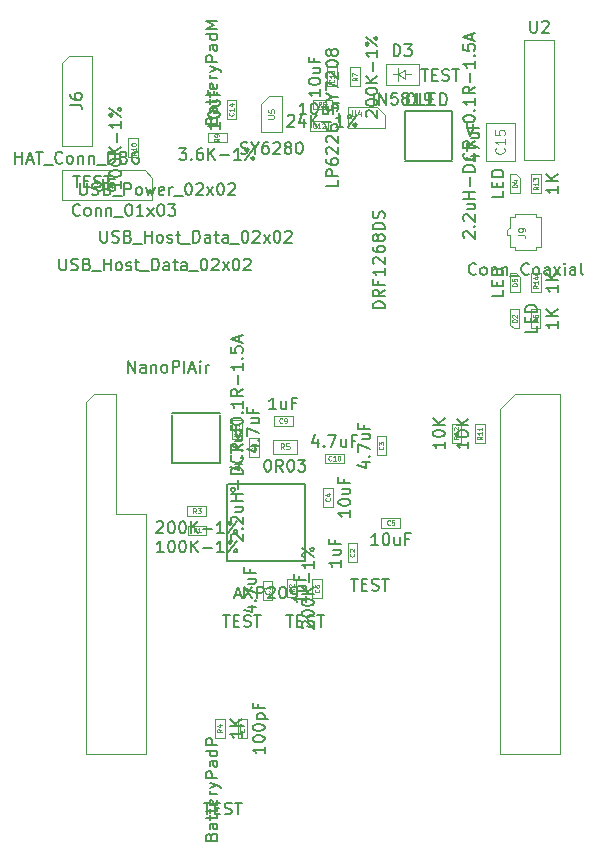
<source format=gbr>
G04 #@! TF.GenerationSoftware,KiCad,Pcbnew,5.0.2-bee76a0~70~ubuntu16.04.1*
G04 #@! TF.CreationDate,2019-09-16T22:34:13+02:00*
G04 #@! TF.ProjectId,WiRoc_NanoPi_v1,5769526f-635f-44e6-916e-6f50695f7631,rev?*
G04 #@! TF.SameCoordinates,Original*
G04 #@! TF.FileFunction,Other,Fab,Top*
%FSLAX46Y46*%
G04 Gerber Fmt 4.6, Leading zero omitted, Abs format (unit mm)*
G04 Created by KiCad (PCBNEW 5.0.2-bee76a0~70~ubuntu16.04.1) date mån 16 sep 2019 22:34:13*
%MOMM*%
%LPD*%
G01*
G04 APERTURE LIST*
%ADD10C,0.150000*%
%ADD11C,0.100000*%
%ADD12C,0.075000*%
%ADD13C,0.060000*%
%ADD14C,0.080000*%
%ADD15C,0.120000*%
%ADD16C,0.090000*%
G04 APERTURE END LIST*
D10*
G04 #@! TO.C,U3*
X64249800Y-91133600D02*
X64249800Y-84583600D01*
X70849800Y-91133600D02*
X64249800Y-91133600D01*
X70849800Y-84583600D02*
X70849800Y-91133600D01*
X64299800Y-84583600D02*
X70849800Y-84583600D01*
X64930078Y-85083600D02*
G75*
G03X64930078Y-85083600I-180278J0D01*
G01*
D11*
G04 #@! TO.C,J7*
X92430000Y-76995000D02*
X92430000Y-107475000D01*
X87350000Y-107475000D02*
X87350000Y-78265000D01*
X92430000Y-107475000D02*
X87350000Y-107475000D01*
X88620000Y-76995000D02*
X92430000Y-76995000D01*
X87350000Y-78265000D02*
X88620000Y-76995000D01*
X52340000Y-107475000D02*
X52340000Y-77630000D01*
X57420000Y-107475000D02*
X52340000Y-107475000D01*
X54880000Y-76995000D02*
X54880000Y-87175000D01*
X52975000Y-76995000D02*
X54880000Y-76995000D01*
X52340000Y-77630000D02*
X52975000Y-76995000D01*
X57420000Y-87175000D02*
X57420000Y-107475000D01*
X54900000Y-87175000D02*
X57400000Y-87175000D01*
G04 #@! TO.C,J6*
X50243800Y-48965200D02*
X50878800Y-48330200D01*
X50243800Y-55950200D02*
X50243800Y-48965200D01*
X52783800Y-55950200D02*
X50243800Y-55950200D01*
X52783800Y-48330200D02*
X52783800Y-55950200D01*
X50878800Y-48330200D02*
X52783800Y-48330200D01*
G04 #@! TO.C,U4*
X76968086Y-52682546D02*
X77618086Y-53332546D01*
X77618086Y-54482546D02*
X77618086Y-53332546D01*
X76968086Y-52682546D02*
X74518086Y-52682546D01*
X74518086Y-54482546D02*
X74518086Y-52682546D01*
X77618086Y-54482546D02*
X74518086Y-54482546D01*
G04 #@! TO.C,U5*
X67121200Y-52381200D02*
X67771200Y-51731200D01*
X68921200Y-51731200D02*
X67771200Y-51731200D01*
X67121200Y-52381200D02*
X67121200Y-54831200D01*
X68921200Y-54831200D02*
X67121200Y-54831200D01*
X68921200Y-51731200D02*
X68921200Y-54831200D01*
D10*
G04 #@! TO.C,L1*
X59609400Y-78724500D02*
X59609400Y-82724500D01*
X63609400Y-78624500D02*
X59609400Y-78624500D01*
X63609400Y-82724500D02*
X63609400Y-78724500D01*
X59609400Y-82824500D02*
X63609400Y-82824500D01*
G04 #@! TO.C,L2*
X79280000Y-57218000D02*
X83280000Y-57218000D01*
X83280000Y-57118000D02*
X83280000Y-53118000D01*
X83280000Y-53018000D02*
X79280000Y-53018000D01*
X79280000Y-53118000D02*
X79280000Y-57118000D01*
D11*
G04 #@! TO.C,C4*
X73185400Y-86528300D02*
X72385400Y-86528300D01*
X72385400Y-86528300D02*
X72385400Y-84928300D01*
X72385400Y-84928300D02*
X73185400Y-84928300D01*
X73185400Y-84928300D02*
X73185400Y-86528300D01*
G04 #@! TO.C,C5*
X78905000Y-88284000D02*
X77305000Y-88284000D01*
X78905000Y-87484000D02*
X78905000Y-88284000D01*
X77305000Y-87484000D02*
X78905000Y-87484000D01*
X77305000Y-88284000D02*
X77305000Y-87484000D01*
G04 #@! TO.C,C6*
X71466000Y-94260000D02*
X71466000Y-92660000D01*
X72266000Y-94260000D02*
X71466000Y-94260000D01*
X72266000Y-92660000D02*
X72266000Y-94260000D01*
X71466000Y-92660000D02*
X72266000Y-92660000D01*
G04 #@! TO.C,C7*
X65932000Y-106083000D02*
X65132000Y-106083000D01*
X65132000Y-106083000D02*
X65132000Y-104483000D01*
X65132000Y-104483000D02*
X65932000Y-104483000D01*
X65932000Y-104483000D02*
X65932000Y-106083000D01*
G04 #@! TO.C,C8*
X66124380Y-80695900D02*
X66924380Y-80695900D01*
X66924380Y-80695900D02*
X66924380Y-82295900D01*
X66924380Y-82295900D02*
X66124380Y-82295900D01*
X66124380Y-82295900D02*
X66124380Y-80695900D01*
G04 #@! TO.C,C9*
X69785640Y-78848000D02*
X69785640Y-79648000D01*
X69785640Y-79648000D02*
X68185640Y-79648000D01*
X68185640Y-79648000D02*
X68185640Y-78848000D01*
X68185640Y-78848000D02*
X69785640Y-78848000D01*
G04 #@! TO.C,C10*
X72531500Y-82026300D02*
X74131500Y-82026300D01*
X72531500Y-82826300D02*
X72531500Y-82026300D01*
X74131500Y-82826300D02*
X72531500Y-82826300D01*
X74131500Y-82026300D02*
X74131500Y-82826300D01*
G04 #@! TO.C,C11*
X65479120Y-79194760D02*
X65479120Y-80794760D01*
X64679120Y-79194760D02*
X65479120Y-79194760D01*
X64679120Y-80794760D02*
X64679120Y-79194760D01*
X65479120Y-80794760D02*
X64679120Y-80794760D01*
G04 #@! TO.C,C12*
X71226020Y-53874260D02*
X72826020Y-53874260D01*
X71226020Y-54674260D02*
X71226020Y-53874260D01*
X72826020Y-54674260D02*
X71226020Y-54674260D01*
X72826020Y-53874260D02*
X72826020Y-54674260D01*
G04 #@! TO.C,C13*
X72726600Y-49293500D02*
X73526600Y-49293500D01*
X73526600Y-49293500D02*
X73526600Y-50893500D01*
X73526600Y-50893500D02*
X72726600Y-50893500D01*
X72726600Y-50893500D02*
X72726600Y-49293500D01*
G04 #@! TO.C,C14*
X64217500Y-52098828D02*
X65017500Y-52098828D01*
X65017500Y-52098828D02*
X65017500Y-53698828D01*
X65017500Y-53698828D02*
X64217500Y-53698828D01*
X64217500Y-53698828D02*
X64217500Y-52098828D01*
G04 #@! TO.C,D2*
X88195200Y-69799300D02*
X88195200Y-71099300D01*
X88195200Y-71099300D02*
X88495200Y-71399300D01*
X88495200Y-71399300D02*
X88995200Y-71399300D01*
X88995200Y-71399300D02*
X88995200Y-69799300D01*
X88995200Y-69799300D02*
X88195200Y-69799300D01*
G04 #@! TO.C,D3*
X79324520Y-49918160D02*
X79824520Y-49918160D01*
X79324520Y-50318160D02*
X78724520Y-49918160D01*
X79324520Y-49518160D02*
X79324520Y-50318160D01*
X78724520Y-49918160D02*
X79324520Y-49518160D01*
X78724520Y-49918160D02*
X78724520Y-50468160D01*
X78724520Y-49918160D02*
X78724520Y-49368160D01*
X78324520Y-49918160D02*
X78724520Y-49918160D01*
X77674520Y-50818160D02*
X77674520Y-49018160D01*
X80474520Y-50818160D02*
X77674520Y-50818160D01*
X80474520Y-49018160D02*
X80474520Y-50818160D01*
X77674520Y-49018160D02*
X80474520Y-49018160D01*
G04 #@! TO.C,R1*
X62498300Y-88909600D02*
X60898300Y-88909600D01*
X62498300Y-88109600D02*
X62498300Y-88909600D01*
X60898300Y-88109600D02*
X62498300Y-88109600D01*
X60898300Y-88909600D02*
X60898300Y-88109600D01*
G04 #@! TO.C,R2*
X70099300Y-94199100D02*
X69299300Y-94199100D01*
X69299300Y-94199100D02*
X69299300Y-92599100D01*
X69299300Y-92599100D02*
X70099300Y-92599100D01*
X70099300Y-92599100D02*
X70099300Y-94199100D01*
G04 #@! TO.C,R3*
X62486300Y-87270100D02*
X60886300Y-87270100D01*
X62486300Y-86470100D02*
X62486300Y-87270100D01*
X60886300Y-86470100D02*
X62486300Y-86470100D01*
X60886300Y-87270100D02*
X60886300Y-86470100D01*
G04 #@! TO.C,R4*
X64027000Y-104483000D02*
X64027000Y-106083000D01*
X63227000Y-104483000D02*
X64027000Y-104483000D01*
X63227000Y-106083000D02*
X63227000Y-104483000D01*
X64027000Y-106083000D02*
X63227000Y-106083000D01*
G04 #@! TO.C,R5*
X68140580Y-82034940D02*
X68140580Y-80834940D01*
X68140580Y-80834940D02*
X70140580Y-80834940D01*
X70140580Y-80834940D02*
X70140580Y-82034940D01*
X70140580Y-82034940D02*
X68140580Y-82034940D01*
G04 #@! TO.C,R6*
X90773200Y-69799300D02*
X90773200Y-71399300D01*
X89973200Y-69799300D02*
X90773200Y-69799300D01*
X89973200Y-71399300D02*
X89973200Y-69799300D01*
X90773200Y-71399300D02*
X89973200Y-71399300D01*
G04 #@! TO.C,R7*
X75482400Y-49318900D02*
X75482400Y-50918900D01*
X74682400Y-49318900D02*
X75482400Y-49318900D01*
X74682400Y-50918900D02*
X74682400Y-49318900D01*
X75482400Y-50918900D02*
X74682400Y-50918900D01*
G04 #@! TO.C,R8*
X71492720Y-52858160D02*
X71492720Y-52058160D01*
X71492720Y-52058160D02*
X73092720Y-52058160D01*
X73092720Y-52058160D02*
X73092720Y-52858160D01*
X73092720Y-52858160D02*
X71492720Y-52858160D01*
G04 #@! TO.C,R9*
X62598400Y-55675100D02*
X62598400Y-54875100D01*
X62598400Y-54875100D02*
X64198400Y-54875100D01*
X64198400Y-54875100D02*
X64198400Y-55675100D01*
X64198400Y-55675100D02*
X62598400Y-55675100D01*
G04 #@! TO.C,R10*
X55861000Y-55334000D02*
X56661000Y-55334000D01*
X56661000Y-55334000D02*
X56661000Y-56934000D01*
X56661000Y-56934000D02*
X55861000Y-56934000D01*
X55861000Y-56934000D02*
X55861000Y-55334000D01*
G04 #@! TO.C,R11*
X85258960Y-79522420D02*
X86058960Y-79522420D01*
X86058960Y-79522420D02*
X86058960Y-81122420D01*
X86058960Y-81122420D02*
X85258960Y-81122420D01*
X85258960Y-81122420D02*
X85258960Y-79522420D01*
G04 #@! TO.C,R12*
X83247280Y-79509720D02*
X84047280Y-79509720D01*
X84047280Y-79509720D02*
X84047280Y-81109720D01*
X84047280Y-81109720D02*
X83247280Y-81109720D01*
X83247280Y-81109720D02*
X83247280Y-79509720D01*
G04 #@! TO.C,D4*
X89020600Y-59969300D02*
X89020600Y-58669300D01*
X89020600Y-58669300D02*
X88720600Y-58369300D01*
X88720600Y-58369300D02*
X88220600Y-58369300D01*
X88220600Y-58369300D02*
X88220600Y-59969300D01*
X88220600Y-59969300D02*
X89020600Y-59969300D01*
G04 #@! TO.C,D5*
X88220600Y-68325900D02*
X89020600Y-68325900D01*
X88220600Y-66725900D02*
X88220600Y-68325900D01*
X88720600Y-66725900D02*
X88220600Y-66725900D01*
X89020600Y-67025900D02*
X88720600Y-66725900D01*
X89020600Y-68325900D02*
X89020600Y-67025900D01*
G04 #@! TO.C,R13*
X90798600Y-59969300D02*
X89998600Y-59969300D01*
X89998600Y-59969300D02*
X89998600Y-58369300D01*
X89998600Y-58369300D02*
X90798600Y-58369300D01*
X90798600Y-58369300D02*
X90798600Y-59969300D01*
G04 #@! TO.C,R14*
X90798600Y-66725900D02*
X90798600Y-68325900D01*
X89998600Y-66725900D02*
X90798600Y-66725900D01*
X89998600Y-68325900D02*
X89998600Y-66725900D01*
X90798600Y-68325900D02*
X89998600Y-68325900D01*
G04 #@! TO.C,J5*
X57912000Y-58674000D02*
X57912000Y-60579000D01*
X57912000Y-60579000D02*
X50292000Y-60579000D01*
X50292000Y-60579000D02*
X50292000Y-58039000D01*
X50292000Y-58039000D02*
X57277000Y-58039000D01*
X57277000Y-58039000D02*
X57912000Y-58674000D01*
G04 #@! TO.C,U2*
X89408000Y-46990000D02*
X89408000Y-57150000D01*
X89408000Y-57150000D02*
X91948000Y-57150000D01*
X91948000Y-57150000D02*
X91948000Y-46990000D01*
X91948000Y-46990000D02*
X89408000Y-46990000D01*
G04 #@! TO.C,C15*
X86126000Y-54026000D02*
X88626000Y-54026000D01*
X88626000Y-54026000D02*
X88626000Y-57226000D01*
X88626000Y-57226000D02*
X86126000Y-57226000D01*
X86126000Y-57226000D02*
X86126000Y-54026000D01*
G04 #@! TO.C,J9*
X88102000Y-62946000D02*
X87952000Y-63096000D01*
X90802000Y-61946000D02*
X90402000Y-61946000D01*
X90402000Y-61746000D02*
X90402000Y-61946000D01*
X88602000Y-61746000D02*
X90402000Y-61746000D01*
X90802000Y-61946000D02*
X90802000Y-64546000D01*
X90802000Y-64546000D02*
X90402000Y-64546000D01*
X90402000Y-64746000D02*
X90402000Y-64546000D01*
X88602000Y-64746000D02*
X90402000Y-64746000D01*
X88602000Y-61946000D02*
X88202000Y-61946000D01*
X88602000Y-61746000D02*
X88602000Y-61946000D01*
X88202000Y-62946000D02*
X88202000Y-61946000D01*
X88102000Y-62946000D02*
X88202000Y-62946000D01*
X87952000Y-63546000D02*
X87952000Y-63096000D01*
X87952000Y-63546000D02*
X88202000Y-63546000D01*
X88202000Y-63546000D02*
X88202000Y-64546000D01*
X88602000Y-64546000D02*
X88202000Y-64546000D01*
X88602000Y-64746000D02*
X88602000Y-64546000D01*
G04 #@! TO.C,C1*
X67267300Y-92777600D02*
X68067300Y-92777600D01*
X68067300Y-92777600D02*
X68067300Y-94377600D01*
X68067300Y-94377600D02*
X67267300Y-94377600D01*
X67267300Y-94377600D02*
X67267300Y-92777600D01*
G04 #@! TO.C,C2*
X74442800Y-91226600D02*
X74442800Y-89626600D01*
X75242800Y-91226600D02*
X74442800Y-91226600D01*
X75242800Y-89626600D02*
X75242800Y-91226600D01*
X74442800Y-89626600D02*
X75242800Y-89626600D01*
G04 #@! TO.C,C3*
X76901600Y-80556200D02*
X77701600Y-80556200D01*
X77701600Y-80556200D02*
X77701600Y-82156200D01*
X77701600Y-82156200D02*
X76901600Y-82156200D01*
X76901600Y-82156200D02*
X76901600Y-80556200D01*
G04 #@! TD*
G04 #@! TO.C,U3*
D10*
X64906942Y-94000266D02*
X65383133Y-94000266D01*
X64811704Y-94285980D02*
X65145038Y-93285980D01*
X65478371Y-94285980D01*
X65716466Y-93285980D02*
X66383133Y-94285980D01*
X66383133Y-93285980D02*
X65716466Y-94285980D01*
X66764085Y-94285980D02*
X66764085Y-93285980D01*
X67145038Y-93285980D01*
X67240276Y-93333600D01*
X67287895Y-93381219D01*
X67335514Y-93476457D01*
X67335514Y-93619314D01*
X67287895Y-93714552D01*
X67240276Y-93762171D01*
X67145038Y-93809790D01*
X66764085Y-93809790D01*
X67716466Y-93381219D02*
X67764085Y-93333600D01*
X67859323Y-93285980D01*
X68097419Y-93285980D01*
X68192657Y-93333600D01*
X68240276Y-93381219D01*
X68287895Y-93476457D01*
X68287895Y-93571695D01*
X68240276Y-93714552D01*
X67668847Y-94285980D01*
X68287895Y-94285980D01*
X68906942Y-93285980D02*
X69002180Y-93285980D01*
X69097419Y-93333600D01*
X69145038Y-93381219D01*
X69192657Y-93476457D01*
X69240276Y-93666933D01*
X69240276Y-93905028D01*
X69192657Y-94095504D01*
X69145038Y-94190742D01*
X69097419Y-94238361D01*
X69002180Y-94285980D01*
X68906942Y-94285980D01*
X68811704Y-94238361D01*
X68764085Y-94190742D01*
X68716466Y-94095504D01*
X68668847Y-93905028D01*
X68668847Y-93666933D01*
X68716466Y-93476457D01*
X68764085Y-93381219D01*
X68811704Y-93333600D01*
X68906942Y-93285980D01*
X69716466Y-94285980D02*
X69906942Y-94285980D01*
X70002180Y-94238361D01*
X70049800Y-94190742D01*
X70145038Y-94047885D01*
X70192657Y-93857409D01*
X70192657Y-93476457D01*
X70145038Y-93381219D01*
X70097419Y-93333600D01*
X70002180Y-93285980D01*
X69811704Y-93285980D01*
X69716466Y-93333600D01*
X69668847Y-93381219D01*
X69621228Y-93476457D01*
X69621228Y-93714552D01*
X69668847Y-93809790D01*
X69716466Y-93857409D01*
X69811704Y-93905028D01*
X70002180Y-93905028D01*
X70097419Y-93857409D01*
X70145038Y-93809790D01*
X70192657Y-93714552D01*
G04 #@! TO.C,J7*
X55864857Y-75166380D02*
X55864857Y-74166380D01*
X56436285Y-75166380D01*
X56436285Y-74166380D01*
X57341047Y-75166380D02*
X57341047Y-74642571D01*
X57293428Y-74547333D01*
X57198190Y-74499714D01*
X57007714Y-74499714D01*
X56912476Y-74547333D01*
X57341047Y-75118761D02*
X57245809Y-75166380D01*
X57007714Y-75166380D01*
X56912476Y-75118761D01*
X56864857Y-75023523D01*
X56864857Y-74928285D01*
X56912476Y-74833047D01*
X57007714Y-74785428D01*
X57245809Y-74785428D01*
X57341047Y-74737809D01*
X57817238Y-74499714D02*
X57817238Y-75166380D01*
X57817238Y-74594952D02*
X57864857Y-74547333D01*
X57960095Y-74499714D01*
X58102952Y-74499714D01*
X58198190Y-74547333D01*
X58245809Y-74642571D01*
X58245809Y-75166380D01*
X58864857Y-75166380D02*
X58769619Y-75118761D01*
X58722000Y-75071142D01*
X58674380Y-74975904D01*
X58674380Y-74690190D01*
X58722000Y-74594952D01*
X58769619Y-74547333D01*
X58864857Y-74499714D01*
X59007714Y-74499714D01*
X59102952Y-74547333D01*
X59150571Y-74594952D01*
X59198190Y-74690190D01*
X59198190Y-74975904D01*
X59150571Y-75071142D01*
X59102952Y-75118761D01*
X59007714Y-75166380D01*
X58864857Y-75166380D01*
X59626761Y-75166380D02*
X59626761Y-74166380D01*
X60007714Y-74166380D01*
X60102952Y-74214000D01*
X60150571Y-74261619D01*
X60198190Y-74356857D01*
X60198190Y-74499714D01*
X60150571Y-74594952D01*
X60102952Y-74642571D01*
X60007714Y-74690190D01*
X59626761Y-74690190D01*
X60626761Y-75166380D02*
X60626761Y-74166380D01*
X61055333Y-74880666D02*
X61531523Y-74880666D01*
X60960095Y-75166380D02*
X61293428Y-74166380D01*
X61626761Y-75166380D01*
X61960095Y-75166380D02*
X61960095Y-74499714D01*
X61960095Y-74166380D02*
X61912476Y-74214000D01*
X61960095Y-74261619D01*
X62007714Y-74214000D01*
X61960095Y-74166380D01*
X61960095Y-74261619D01*
X62436285Y-75166380D02*
X62436285Y-74499714D01*
X62436285Y-74690190D02*
X62483904Y-74594952D01*
X62531523Y-74547333D01*
X62626761Y-74499714D01*
X62722000Y-74499714D01*
G04 #@! TO.C,U1*
X77576580Y-69706628D02*
X76576580Y-69706628D01*
X76576580Y-69468533D01*
X76624200Y-69325676D01*
X76719438Y-69230438D01*
X76814676Y-69182819D01*
X77005152Y-69135200D01*
X77148009Y-69135200D01*
X77338485Y-69182819D01*
X77433723Y-69230438D01*
X77528961Y-69325676D01*
X77576580Y-69468533D01*
X77576580Y-69706628D01*
X77576580Y-68135200D02*
X77100390Y-68468533D01*
X77576580Y-68706628D02*
X76576580Y-68706628D01*
X76576580Y-68325676D01*
X76624200Y-68230438D01*
X76671819Y-68182819D01*
X76767057Y-68135200D01*
X76909914Y-68135200D01*
X77005152Y-68182819D01*
X77052771Y-68230438D01*
X77100390Y-68325676D01*
X77100390Y-68706628D01*
X77052771Y-67373295D02*
X77052771Y-67706628D01*
X77576580Y-67706628D02*
X76576580Y-67706628D01*
X76576580Y-67230438D01*
X77576580Y-66325676D02*
X77576580Y-66897104D01*
X77576580Y-66611390D02*
X76576580Y-66611390D01*
X76719438Y-66706628D01*
X76814676Y-66801866D01*
X76862295Y-66897104D01*
X76671819Y-65944723D02*
X76624200Y-65897104D01*
X76576580Y-65801866D01*
X76576580Y-65563771D01*
X76624200Y-65468533D01*
X76671819Y-65420914D01*
X76767057Y-65373295D01*
X76862295Y-65373295D01*
X77005152Y-65420914D01*
X77576580Y-65992342D01*
X77576580Y-65373295D01*
X76576580Y-64516152D02*
X76576580Y-64706628D01*
X76624200Y-64801866D01*
X76671819Y-64849485D01*
X76814676Y-64944723D01*
X77005152Y-64992342D01*
X77386104Y-64992342D01*
X77481342Y-64944723D01*
X77528961Y-64897104D01*
X77576580Y-64801866D01*
X77576580Y-64611390D01*
X77528961Y-64516152D01*
X77481342Y-64468533D01*
X77386104Y-64420914D01*
X77148009Y-64420914D01*
X77052771Y-64468533D01*
X77005152Y-64516152D01*
X76957533Y-64611390D01*
X76957533Y-64801866D01*
X77005152Y-64897104D01*
X77052771Y-64944723D01*
X77148009Y-64992342D01*
X77005152Y-63849485D02*
X76957533Y-63944723D01*
X76909914Y-63992342D01*
X76814676Y-64039961D01*
X76767057Y-64039961D01*
X76671819Y-63992342D01*
X76624200Y-63944723D01*
X76576580Y-63849485D01*
X76576580Y-63659009D01*
X76624200Y-63563771D01*
X76671819Y-63516152D01*
X76767057Y-63468533D01*
X76814676Y-63468533D01*
X76909914Y-63516152D01*
X76957533Y-63563771D01*
X77005152Y-63659009D01*
X77005152Y-63849485D01*
X77052771Y-63944723D01*
X77100390Y-63992342D01*
X77195628Y-64039961D01*
X77386104Y-64039961D01*
X77481342Y-63992342D01*
X77528961Y-63944723D01*
X77576580Y-63849485D01*
X77576580Y-63659009D01*
X77528961Y-63563771D01*
X77481342Y-63516152D01*
X77386104Y-63468533D01*
X77195628Y-63468533D01*
X77100390Y-63516152D01*
X77052771Y-63563771D01*
X77005152Y-63659009D01*
X77576580Y-63039961D02*
X76576580Y-63039961D01*
X76576580Y-62801866D01*
X76624200Y-62659009D01*
X76719438Y-62563771D01*
X76814676Y-62516152D01*
X77005152Y-62468533D01*
X77148009Y-62468533D01*
X77338485Y-62516152D01*
X77433723Y-62563771D01*
X77528961Y-62659009D01*
X77576580Y-62801866D01*
X77576580Y-63039961D01*
X77528961Y-62087580D02*
X77576580Y-61944723D01*
X77576580Y-61706628D01*
X77528961Y-61611390D01*
X77481342Y-61563771D01*
X77386104Y-61516152D01*
X77290866Y-61516152D01*
X77195628Y-61563771D01*
X77148009Y-61611390D01*
X77100390Y-61706628D01*
X77052771Y-61897104D01*
X77005152Y-61992342D01*
X76957533Y-62039961D01*
X76862295Y-62087580D01*
X76767057Y-62087580D01*
X76671819Y-62039961D01*
X76624200Y-61992342D01*
X76576580Y-61897104D01*
X76576580Y-61659009D01*
X76624200Y-61516152D01*
G04 #@! TO.C,U7*
X62908571Y-114450190D02*
X62956190Y-114307333D01*
X63003809Y-114259714D01*
X63099047Y-114212095D01*
X63241904Y-114212095D01*
X63337142Y-114259714D01*
X63384761Y-114307333D01*
X63432380Y-114402571D01*
X63432380Y-114783523D01*
X62432380Y-114783523D01*
X62432380Y-114450190D01*
X62480000Y-114354952D01*
X62527619Y-114307333D01*
X62622857Y-114259714D01*
X62718095Y-114259714D01*
X62813333Y-114307333D01*
X62860952Y-114354952D01*
X62908571Y-114450190D01*
X62908571Y-114783523D01*
X63432380Y-113354952D02*
X62908571Y-113354952D01*
X62813333Y-113402571D01*
X62765714Y-113497809D01*
X62765714Y-113688285D01*
X62813333Y-113783523D01*
X63384761Y-113354952D02*
X63432380Y-113450190D01*
X63432380Y-113688285D01*
X63384761Y-113783523D01*
X63289523Y-113831142D01*
X63194285Y-113831142D01*
X63099047Y-113783523D01*
X63051428Y-113688285D01*
X63051428Y-113450190D01*
X63003809Y-113354952D01*
X62765714Y-113021619D02*
X62765714Y-112640666D01*
X62432380Y-112878761D02*
X63289523Y-112878761D01*
X63384761Y-112831142D01*
X63432380Y-112735904D01*
X63432380Y-112640666D01*
X62765714Y-112450190D02*
X62765714Y-112069238D01*
X62432380Y-112307333D02*
X63289523Y-112307333D01*
X63384761Y-112259714D01*
X63432380Y-112164476D01*
X63432380Y-112069238D01*
X63384761Y-111354952D02*
X63432380Y-111450190D01*
X63432380Y-111640666D01*
X63384761Y-111735904D01*
X63289523Y-111783523D01*
X62908571Y-111783523D01*
X62813333Y-111735904D01*
X62765714Y-111640666D01*
X62765714Y-111450190D01*
X62813333Y-111354952D01*
X62908571Y-111307333D01*
X63003809Y-111307333D01*
X63099047Y-111783523D01*
X63432380Y-110878761D02*
X62765714Y-110878761D01*
X62956190Y-110878761D02*
X62860952Y-110831142D01*
X62813333Y-110783523D01*
X62765714Y-110688285D01*
X62765714Y-110593047D01*
X62765714Y-110354952D02*
X63432380Y-110116857D01*
X62765714Y-109878761D02*
X63432380Y-110116857D01*
X63670476Y-110212095D01*
X63718095Y-110259714D01*
X63765714Y-110354952D01*
X63432380Y-109497809D02*
X62432380Y-109497809D01*
X62432380Y-109116857D01*
X62480000Y-109021619D01*
X62527619Y-108974000D01*
X62622857Y-108926380D01*
X62765714Y-108926380D01*
X62860952Y-108974000D01*
X62908571Y-109021619D01*
X62956190Y-109116857D01*
X62956190Y-109497809D01*
X63432380Y-108069238D02*
X62908571Y-108069238D01*
X62813333Y-108116857D01*
X62765714Y-108212095D01*
X62765714Y-108402571D01*
X62813333Y-108497809D01*
X63384761Y-108069238D02*
X63432380Y-108164476D01*
X63432380Y-108402571D01*
X63384761Y-108497809D01*
X63289523Y-108545428D01*
X63194285Y-108545428D01*
X63099047Y-108497809D01*
X63051428Y-108402571D01*
X63051428Y-108164476D01*
X63003809Y-108069238D01*
X63432380Y-107164476D02*
X62432380Y-107164476D01*
X63384761Y-107164476D02*
X63432380Y-107259714D01*
X63432380Y-107450190D01*
X63384761Y-107545428D01*
X63337142Y-107593047D01*
X63241904Y-107640666D01*
X62956190Y-107640666D01*
X62860952Y-107593047D01*
X62813333Y-107545428D01*
X62765714Y-107450190D01*
X62765714Y-107259714D01*
X62813333Y-107164476D01*
X63432380Y-106688285D02*
X62432380Y-106688285D01*
X62432380Y-106307333D01*
X62480000Y-106212095D01*
X62527619Y-106164476D01*
X62622857Y-106116857D01*
X62765714Y-106116857D01*
X62860952Y-106164476D01*
X62908571Y-106212095D01*
X62956190Y-106307333D01*
X62956190Y-106688285D01*
G04 #@! TO.C,U6*
X62908571Y-53815619D02*
X62956190Y-53672761D01*
X63003809Y-53625142D01*
X63099047Y-53577523D01*
X63241904Y-53577523D01*
X63337142Y-53625142D01*
X63384761Y-53672761D01*
X63432380Y-53768000D01*
X63432380Y-54148952D01*
X62432380Y-54148952D01*
X62432380Y-53815619D01*
X62480000Y-53720380D01*
X62527619Y-53672761D01*
X62622857Y-53625142D01*
X62718095Y-53625142D01*
X62813333Y-53672761D01*
X62860952Y-53720380D01*
X62908571Y-53815619D01*
X62908571Y-54148952D01*
X63432380Y-52720380D02*
X62908571Y-52720380D01*
X62813333Y-52768000D01*
X62765714Y-52863238D01*
X62765714Y-53053714D01*
X62813333Y-53148952D01*
X63384761Y-52720380D02*
X63432380Y-52815619D01*
X63432380Y-53053714D01*
X63384761Y-53148952D01*
X63289523Y-53196571D01*
X63194285Y-53196571D01*
X63099047Y-53148952D01*
X63051428Y-53053714D01*
X63051428Y-52815619D01*
X63003809Y-52720380D01*
X62765714Y-52387047D02*
X62765714Y-52006095D01*
X62432380Y-52244190D02*
X63289523Y-52244190D01*
X63384761Y-52196571D01*
X63432380Y-52101333D01*
X63432380Y-52006095D01*
X62765714Y-51815619D02*
X62765714Y-51434666D01*
X62432380Y-51672761D02*
X63289523Y-51672761D01*
X63384761Y-51625142D01*
X63432380Y-51529904D01*
X63432380Y-51434666D01*
X63384761Y-50720380D02*
X63432380Y-50815619D01*
X63432380Y-51006095D01*
X63384761Y-51101333D01*
X63289523Y-51148952D01*
X62908571Y-51148952D01*
X62813333Y-51101333D01*
X62765714Y-51006095D01*
X62765714Y-50815619D01*
X62813333Y-50720380D01*
X62908571Y-50672761D01*
X63003809Y-50672761D01*
X63099047Y-51148952D01*
X63432380Y-50244190D02*
X62765714Y-50244190D01*
X62956190Y-50244190D02*
X62860952Y-50196571D01*
X62813333Y-50148952D01*
X62765714Y-50053714D01*
X62765714Y-49958476D01*
X62765714Y-49720380D02*
X63432380Y-49482285D01*
X62765714Y-49244190D02*
X63432380Y-49482285D01*
X63670476Y-49577523D01*
X63718095Y-49625142D01*
X63765714Y-49720380D01*
X63432380Y-48863238D02*
X62432380Y-48863238D01*
X62432380Y-48482285D01*
X62480000Y-48387047D01*
X62527619Y-48339428D01*
X62622857Y-48291809D01*
X62765714Y-48291809D01*
X62860952Y-48339428D01*
X62908571Y-48387047D01*
X62956190Y-48482285D01*
X62956190Y-48863238D01*
X63432380Y-47434666D02*
X62908571Y-47434666D01*
X62813333Y-47482285D01*
X62765714Y-47577523D01*
X62765714Y-47768000D01*
X62813333Y-47863238D01*
X63384761Y-47434666D02*
X63432380Y-47529904D01*
X63432380Y-47768000D01*
X63384761Y-47863238D01*
X63289523Y-47910857D01*
X63194285Y-47910857D01*
X63099047Y-47863238D01*
X63051428Y-47768000D01*
X63051428Y-47529904D01*
X63003809Y-47434666D01*
X63432380Y-46529904D02*
X62432380Y-46529904D01*
X63384761Y-46529904D02*
X63432380Y-46625142D01*
X63432380Y-46815619D01*
X63384761Y-46910857D01*
X63337142Y-46958476D01*
X63241904Y-47006095D01*
X62956190Y-47006095D01*
X62860952Y-46958476D01*
X62813333Y-46910857D01*
X62765714Y-46815619D01*
X62765714Y-46625142D01*
X62813333Y-46529904D01*
X63432380Y-46053714D02*
X62432380Y-46053714D01*
X63146666Y-45720380D01*
X62432380Y-45387047D01*
X63432380Y-45387047D01*
G04 #@! TO.C,J6*
X46299514Y-57462580D02*
X46299514Y-56462580D01*
X46299514Y-56938771D02*
X46870942Y-56938771D01*
X46870942Y-57462580D02*
X46870942Y-56462580D01*
X47299514Y-57176866D02*
X47775704Y-57176866D01*
X47204276Y-57462580D02*
X47537609Y-56462580D01*
X47870942Y-57462580D01*
X48061419Y-56462580D02*
X48632847Y-56462580D01*
X48347133Y-57462580D02*
X48347133Y-56462580D01*
X48728085Y-57557819D02*
X49489990Y-57557819D01*
X50299514Y-57367342D02*
X50251895Y-57414961D01*
X50109038Y-57462580D01*
X50013800Y-57462580D01*
X49870942Y-57414961D01*
X49775704Y-57319723D01*
X49728085Y-57224485D01*
X49680466Y-57034009D01*
X49680466Y-56891152D01*
X49728085Y-56700676D01*
X49775704Y-56605438D01*
X49870942Y-56510200D01*
X50013800Y-56462580D01*
X50109038Y-56462580D01*
X50251895Y-56510200D01*
X50299514Y-56557819D01*
X50870942Y-57462580D02*
X50775704Y-57414961D01*
X50728085Y-57367342D01*
X50680466Y-57272104D01*
X50680466Y-56986390D01*
X50728085Y-56891152D01*
X50775704Y-56843533D01*
X50870942Y-56795914D01*
X51013800Y-56795914D01*
X51109038Y-56843533D01*
X51156657Y-56891152D01*
X51204276Y-56986390D01*
X51204276Y-57272104D01*
X51156657Y-57367342D01*
X51109038Y-57414961D01*
X51013800Y-57462580D01*
X50870942Y-57462580D01*
X51632847Y-56795914D02*
X51632847Y-57462580D01*
X51632847Y-56891152D02*
X51680466Y-56843533D01*
X51775704Y-56795914D01*
X51918561Y-56795914D01*
X52013800Y-56843533D01*
X52061419Y-56938771D01*
X52061419Y-57462580D01*
X52537609Y-56795914D02*
X52537609Y-57462580D01*
X52537609Y-56891152D02*
X52585228Y-56843533D01*
X52680466Y-56795914D01*
X52823323Y-56795914D01*
X52918561Y-56843533D01*
X52966180Y-56938771D01*
X52966180Y-57462580D01*
X53204276Y-57557819D02*
X53966180Y-57557819D01*
X54204276Y-57462580D02*
X54204276Y-56462580D01*
X54442371Y-56462580D01*
X54585228Y-56510200D01*
X54680466Y-56605438D01*
X54728085Y-56700676D01*
X54775704Y-56891152D01*
X54775704Y-57034009D01*
X54728085Y-57224485D01*
X54680466Y-57319723D01*
X54585228Y-57414961D01*
X54442371Y-57462580D01*
X54204276Y-57462580D01*
X55537609Y-56938771D02*
X55680466Y-56986390D01*
X55728085Y-57034009D01*
X55775704Y-57129247D01*
X55775704Y-57272104D01*
X55728085Y-57367342D01*
X55680466Y-57414961D01*
X55585228Y-57462580D01*
X55204276Y-57462580D01*
X55204276Y-56462580D01*
X55537609Y-56462580D01*
X55632847Y-56510200D01*
X55680466Y-56557819D01*
X55728085Y-56653057D01*
X55728085Y-56748295D01*
X55680466Y-56843533D01*
X55632847Y-56891152D01*
X55537609Y-56938771D01*
X55204276Y-56938771D01*
X56728085Y-56510200D02*
X56632847Y-56462580D01*
X56489990Y-56462580D01*
X56347133Y-56510200D01*
X56251895Y-56605438D01*
X56204276Y-56700676D01*
X56156657Y-56891152D01*
X56156657Y-57034009D01*
X56204276Y-57224485D01*
X56251895Y-57319723D01*
X56347133Y-57414961D01*
X56489990Y-57462580D01*
X56585228Y-57462580D01*
X56728085Y-57414961D01*
X56775704Y-57367342D01*
X56775704Y-57034009D01*
X56585228Y-57034009D01*
X50966180Y-52473533D02*
X51680466Y-52473533D01*
X51823323Y-52521152D01*
X51918561Y-52616390D01*
X51966180Y-52759247D01*
X51966180Y-52854485D01*
X50966180Y-51568771D02*
X50966180Y-51759247D01*
X51013800Y-51854485D01*
X51061419Y-51902104D01*
X51204276Y-51997342D01*
X51394752Y-52044961D01*
X51775704Y-52044961D01*
X51870942Y-51997342D01*
X51918561Y-51949723D01*
X51966180Y-51854485D01*
X51966180Y-51664009D01*
X51918561Y-51568771D01*
X51870942Y-51521152D01*
X51775704Y-51473533D01*
X51537609Y-51473533D01*
X51442371Y-51521152D01*
X51394752Y-51568771D01*
X51347133Y-51664009D01*
X51347133Y-51854485D01*
X51394752Y-51949723D01*
X51442371Y-51997342D01*
X51537609Y-52044961D01*
G04 #@! TO.C,U4*
X73620466Y-58868260D02*
X73620466Y-59344450D01*
X72620466Y-59344450D01*
X73620466Y-58534926D02*
X72620466Y-58534926D01*
X72620466Y-58153974D01*
X72668086Y-58058736D01*
X72715705Y-58011117D01*
X72810943Y-57963498D01*
X72953800Y-57963498D01*
X73049038Y-58011117D01*
X73096657Y-58058736D01*
X73144276Y-58153974D01*
X73144276Y-58534926D01*
X72620466Y-57106355D02*
X72620466Y-57296831D01*
X72668086Y-57392069D01*
X72715705Y-57439688D01*
X72858562Y-57534926D01*
X73049038Y-57582546D01*
X73429990Y-57582546D01*
X73525228Y-57534926D01*
X73572847Y-57487307D01*
X73620466Y-57392069D01*
X73620466Y-57201593D01*
X73572847Y-57106355D01*
X73525228Y-57058736D01*
X73429990Y-57011117D01*
X73191895Y-57011117D01*
X73096657Y-57058736D01*
X73049038Y-57106355D01*
X73001419Y-57201593D01*
X73001419Y-57392069D01*
X73049038Y-57487307D01*
X73096657Y-57534926D01*
X73191895Y-57582546D01*
X72715705Y-56630165D02*
X72668086Y-56582546D01*
X72620466Y-56487307D01*
X72620466Y-56249212D01*
X72668086Y-56153974D01*
X72715705Y-56106355D01*
X72810943Y-56058736D01*
X72906181Y-56058736D01*
X73049038Y-56106355D01*
X73620466Y-56677784D01*
X73620466Y-56058736D01*
X72715705Y-55677784D02*
X72668086Y-55630165D01*
X72620466Y-55534926D01*
X72620466Y-55296831D01*
X72668086Y-55201593D01*
X72715705Y-55153974D01*
X72810943Y-55106355D01*
X72906181Y-55106355D01*
X73049038Y-55153974D01*
X73620466Y-55725403D01*
X73620466Y-55106355D01*
X72620466Y-54249212D02*
X72620466Y-54439688D01*
X72668086Y-54534926D01*
X72715705Y-54582546D01*
X72858562Y-54677784D01*
X73049038Y-54725403D01*
X73429990Y-54725403D01*
X73525228Y-54677784D01*
X73572847Y-54630165D01*
X73620466Y-54534926D01*
X73620466Y-54344450D01*
X73572847Y-54249212D01*
X73525228Y-54201593D01*
X73429990Y-54153974D01*
X73191895Y-54153974D01*
X73096657Y-54201593D01*
X73049038Y-54249212D01*
X73001419Y-54344450D01*
X73001419Y-54534926D01*
X73049038Y-54630165D01*
X73096657Y-54677784D01*
X73191895Y-54725403D01*
X73715705Y-53963498D02*
X73715705Y-53201593D01*
X73572847Y-53011117D02*
X73620466Y-52868260D01*
X73620466Y-52630165D01*
X73572847Y-52534926D01*
X73525228Y-52487307D01*
X73429990Y-52439688D01*
X73334752Y-52439688D01*
X73239514Y-52487307D01*
X73191895Y-52534926D01*
X73144276Y-52630165D01*
X73096657Y-52820641D01*
X73049038Y-52915879D01*
X73001419Y-52963498D01*
X72906181Y-53011117D01*
X72810943Y-53011117D01*
X72715705Y-52963498D01*
X72668086Y-52915879D01*
X72620466Y-52820641D01*
X72620466Y-52582546D01*
X72668086Y-52439688D01*
X73144276Y-51820641D02*
X73620466Y-51820641D01*
X72620466Y-52153974D02*
X73144276Y-51820641D01*
X72620466Y-51487307D01*
X72620466Y-51249212D02*
X72620466Y-50582546D01*
X73620466Y-51011117D01*
X72715705Y-50249212D02*
X72668086Y-50201593D01*
X72620466Y-50106355D01*
X72620466Y-49868260D01*
X72668086Y-49773022D01*
X72715705Y-49725403D01*
X72810943Y-49677784D01*
X72906181Y-49677784D01*
X73049038Y-49725403D01*
X73620466Y-50296831D01*
X73620466Y-49677784D01*
X72620466Y-49058736D02*
X72620466Y-48963498D01*
X72668086Y-48868260D01*
X72715705Y-48820641D01*
X72810943Y-48773022D01*
X73001419Y-48725403D01*
X73239514Y-48725403D01*
X73429990Y-48773022D01*
X73525228Y-48820641D01*
X73572847Y-48868260D01*
X73620466Y-48963498D01*
X73620466Y-49058736D01*
X73572847Y-49153974D01*
X73525228Y-49201593D01*
X73429990Y-49249212D01*
X73239514Y-49296831D01*
X73001419Y-49296831D01*
X72810943Y-49249212D01*
X72715705Y-49201593D01*
X72668086Y-49153974D01*
X72620466Y-49058736D01*
X73049038Y-48153974D02*
X73001419Y-48249212D01*
X72953800Y-48296831D01*
X72858562Y-48344450D01*
X72810943Y-48344450D01*
X72715705Y-48296831D01*
X72668086Y-48249212D01*
X72620466Y-48153974D01*
X72620466Y-47963498D01*
X72668086Y-47868260D01*
X72715705Y-47820641D01*
X72810943Y-47773022D01*
X72858562Y-47773022D01*
X72953800Y-47820641D01*
X73001419Y-47868260D01*
X73049038Y-47963498D01*
X73049038Y-48153974D01*
X73096657Y-48249212D01*
X73144276Y-48296831D01*
X73239514Y-48344450D01*
X73429990Y-48344450D01*
X73525228Y-48296831D01*
X73572847Y-48249212D01*
X73620466Y-48153974D01*
X73620466Y-47963498D01*
X73572847Y-47868260D01*
X73525228Y-47820641D01*
X73429990Y-47773022D01*
X73239514Y-47773022D01*
X73144276Y-47820641D01*
X73096657Y-47868260D01*
X73049038Y-47963498D01*
D12*
X74815133Y-52949736D02*
X74815133Y-53354498D01*
X74838943Y-53402117D01*
X74862752Y-53425926D01*
X74910371Y-53449736D01*
X75005609Y-53449736D01*
X75053228Y-53425926D01*
X75077038Y-53402117D01*
X75100847Y-53354498D01*
X75100847Y-52949736D01*
X75553228Y-53116403D02*
X75553228Y-53449736D01*
X75434181Y-52925926D02*
X75315133Y-53283069D01*
X75624657Y-53283069D01*
G04 #@! TO.C,U5*
D10*
X65402152Y-56585961D02*
X65545009Y-56633580D01*
X65783104Y-56633580D01*
X65878342Y-56585961D01*
X65925961Y-56538342D01*
X65973580Y-56443104D01*
X65973580Y-56347866D01*
X65925961Y-56252628D01*
X65878342Y-56205009D01*
X65783104Y-56157390D01*
X65592628Y-56109771D01*
X65497390Y-56062152D01*
X65449771Y-56014533D01*
X65402152Y-55919295D01*
X65402152Y-55824057D01*
X65449771Y-55728819D01*
X65497390Y-55681200D01*
X65592628Y-55633580D01*
X65830723Y-55633580D01*
X65973580Y-55681200D01*
X66592628Y-56157390D02*
X66592628Y-56633580D01*
X66259295Y-55633580D02*
X66592628Y-56157390D01*
X66925961Y-55633580D01*
X67687866Y-55633580D02*
X67497390Y-55633580D01*
X67402152Y-55681200D01*
X67354533Y-55728819D01*
X67259295Y-55871676D01*
X67211676Y-56062152D01*
X67211676Y-56443104D01*
X67259295Y-56538342D01*
X67306914Y-56585961D01*
X67402152Y-56633580D01*
X67592628Y-56633580D01*
X67687866Y-56585961D01*
X67735485Y-56538342D01*
X67783104Y-56443104D01*
X67783104Y-56205009D01*
X67735485Y-56109771D01*
X67687866Y-56062152D01*
X67592628Y-56014533D01*
X67402152Y-56014533D01*
X67306914Y-56062152D01*
X67259295Y-56109771D01*
X67211676Y-56205009D01*
X68164057Y-55728819D02*
X68211676Y-55681200D01*
X68306914Y-55633580D01*
X68545009Y-55633580D01*
X68640247Y-55681200D01*
X68687866Y-55728819D01*
X68735485Y-55824057D01*
X68735485Y-55919295D01*
X68687866Y-56062152D01*
X68116438Y-56633580D01*
X68735485Y-56633580D01*
X69306914Y-56062152D02*
X69211676Y-56014533D01*
X69164057Y-55966914D01*
X69116438Y-55871676D01*
X69116438Y-55824057D01*
X69164057Y-55728819D01*
X69211676Y-55681200D01*
X69306914Y-55633580D01*
X69497390Y-55633580D01*
X69592628Y-55681200D01*
X69640247Y-55728819D01*
X69687866Y-55824057D01*
X69687866Y-55871676D01*
X69640247Y-55966914D01*
X69592628Y-56014533D01*
X69497390Y-56062152D01*
X69306914Y-56062152D01*
X69211676Y-56109771D01*
X69164057Y-56157390D01*
X69116438Y-56252628D01*
X69116438Y-56443104D01*
X69164057Y-56538342D01*
X69211676Y-56585961D01*
X69306914Y-56633580D01*
X69497390Y-56633580D01*
X69592628Y-56585961D01*
X69640247Y-56538342D01*
X69687866Y-56443104D01*
X69687866Y-56252628D01*
X69640247Y-56157390D01*
X69592628Y-56109771D01*
X69497390Y-56062152D01*
X70306914Y-55633580D02*
X70402152Y-55633580D01*
X70497390Y-55681200D01*
X70545009Y-55728819D01*
X70592628Y-55824057D01*
X70640247Y-56014533D01*
X70640247Y-56252628D01*
X70592628Y-56443104D01*
X70545009Y-56538342D01*
X70497390Y-56585961D01*
X70402152Y-56633580D01*
X70306914Y-56633580D01*
X70211676Y-56585961D01*
X70164057Y-56538342D01*
X70116438Y-56443104D01*
X70068819Y-56252628D01*
X70068819Y-56014533D01*
X70116438Y-55824057D01*
X70164057Y-55728819D01*
X70211676Y-55681200D01*
X70306914Y-55633580D01*
D12*
X67747390Y-53662152D02*
X68152152Y-53662152D01*
X68199771Y-53638342D01*
X68223580Y-53614533D01*
X68247390Y-53566914D01*
X68247390Y-53471676D01*
X68223580Y-53424057D01*
X68199771Y-53400247D01*
X68152152Y-53376438D01*
X67747390Y-53376438D01*
X67747390Y-52900247D02*
X67747390Y-53138342D01*
X67985485Y-53162152D01*
X67961676Y-53138342D01*
X67937866Y-53090723D01*
X67937866Y-52971676D01*
X67961676Y-52924057D01*
X67985485Y-52900247D01*
X68033104Y-52876438D01*
X68152152Y-52876438D01*
X68199771Y-52900247D01*
X68223580Y-52924057D01*
X68247390Y-52971676D01*
X68247390Y-53090723D01*
X68223580Y-53138342D01*
X68199771Y-53162152D01*
G04 #@! TO.C,TP1*
D10*
X62285761Y-111561380D02*
X62857190Y-111561380D01*
X62571476Y-112561380D02*
X62571476Y-111561380D01*
X63190523Y-112037571D02*
X63523857Y-112037571D01*
X63666714Y-112561380D02*
X63190523Y-112561380D01*
X63190523Y-111561380D01*
X63666714Y-111561380D01*
X64047666Y-112513761D02*
X64190523Y-112561380D01*
X64428619Y-112561380D01*
X64523857Y-112513761D01*
X64571476Y-112466142D01*
X64619095Y-112370904D01*
X64619095Y-112275666D01*
X64571476Y-112180428D01*
X64523857Y-112132809D01*
X64428619Y-112085190D01*
X64238142Y-112037571D01*
X64142904Y-111989952D01*
X64095285Y-111942333D01*
X64047666Y-111847095D01*
X64047666Y-111751857D01*
X64095285Y-111656619D01*
X64142904Y-111609000D01*
X64238142Y-111561380D01*
X64476238Y-111561380D01*
X64619095Y-111609000D01*
X64904809Y-111561380D02*
X65476238Y-111561380D01*
X65190523Y-112561380D02*
X65190523Y-111561380D01*
G04 #@! TO.C,TP2*
X74738761Y-92622380D02*
X75310190Y-92622380D01*
X75024476Y-93622380D02*
X75024476Y-92622380D01*
X75643523Y-93098571D02*
X75976857Y-93098571D01*
X76119714Y-93622380D02*
X75643523Y-93622380D01*
X75643523Y-92622380D01*
X76119714Y-92622380D01*
X76500666Y-93574761D02*
X76643523Y-93622380D01*
X76881619Y-93622380D01*
X76976857Y-93574761D01*
X77024476Y-93527142D01*
X77072095Y-93431904D01*
X77072095Y-93336666D01*
X77024476Y-93241428D01*
X76976857Y-93193809D01*
X76881619Y-93146190D01*
X76691142Y-93098571D01*
X76595904Y-93050952D01*
X76548285Y-93003333D01*
X76500666Y-92908095D01*
X76500666Y-92812857D01*
X76548285Y-92717619D01*
X76595904Y-92670000D01*
X76691142Y-92622380D01*
X76929238Y-92622380D01*
X77072095Y-92670000D01*
X77357809Y-92622380D02*
X77929238Y-92622380D01*
X77643523Y-93622380D02*
X77643523Y-92622380D01*
G04 #@! TO.C,TP3*
X69254761Y-95686380D02*
X69826190Y-95686380D01*
X69540476Y-96686380D02*
X69540476Y-95686380D01*
X70159523Y-96162571D02*
X70492857Y-96162571D01*
X70635714Y-96686380D02*
X70159523Y-96686380D01*
X70159523Y-95686380D01*
X70635714Y-95686380D01*
X71016666Y-96638761D02*
X71159523Y-96686380D01*
X71397619Y-96686380D01*
X71492857Y-96638761D01*
X71540476Y-96591142D01*
X71588095Y-96495904D01*
X71588095Y-96400666D01*
X71540476Y-96305428D01*
X71492857Y-96257809D01*
X71397619Y-96210190D01*
X71207142Y-96162571D01*
X71111904Y-96114952D01*
X71064285Y-96067333D01*
X71016666Y-95972095D01*
X71016666Y-95876857D01*
X71064285Y-95781619D01*
X71111904Y-95734000D01*
X71207142Y-95686380D01*
X71445238Y-95686380D01*
X71588095Y-95734000D01*
X71873809Y-95686380D02*
X72445238Y-95686380D01*
X72159523Y-96686380D02*
X72159523Y-95686380D01*
G04 #@! TO.C,TP4*
X51236761Y-58475380D02*
X51808190Y-58475380D01*
X51522476Y-59475380D02*
X51522476Y-58475380D01*
X52141523Y-58951571D02*
X52474857Y-58951571D01*
X52617714Y-59475380D02*
X52141523Y-59475380D01*
X52141523Y-58475380D01*
X52617714Y-58475380D01*
X52998666Y-59427761D02*
X53141523Y-59475380D01*
X53379619Y-59475380D01*
X53474857Y-59427761D01*
X53522476Y-59380142D01*
X53570095Y-59284904D01*
X53570095Y-59189666D01*
X53522476Y-59094428D01*
X53474857Y-59046809D01*
X53379619Y-58999190D01*
X53189142Y-58951571D01*
X53093904Y-58903952D01*
X53046285Y-58856333D01*
X52998666Y-58761095D01*
X52998666Y-58665857D01*
X53046285Y-58570619D01*
X53093904Y-58523000D01*
X53189142Y-58475380D01*
X53427238Y-58475380D01*
X53570095Y-58523000D01*
X53855809Y-58475380D02*
X54427238Y-58475380D01*
X54141523Y-59475380D02*
X54141523Y-58475380D01*
G04 #@! TO.C,TP10*
X63908761Y-95686380D02*
X64480190Y-95686380D01*
X64194476Y-96686380D02*
X64194476Y-95686380D01*
X64813523Y-96162571D02*
X65146857Y-96162571D01*
X65289714Y-96686380D02*
X64813523Y-96686380D01*
X64813523Y-95686380D01*
X65289714Y-95686380D01*
X65670666Y-96638761D02*
X65813523Y-96686380D01*
X66051619Y-96686380D01*
X66146857Y-96638761D01*
X66194476Y-96591142D01*
X66242095Y-96495904D01*
X66242095Y-96400666D01*
X66194476Y-96305428D01*
X66146857Y-96257809D01*
X66051619Y-96210190D01*
X65861142Y-96162571D01*
X65765904Y-96114952D01*
X65718285Y-96067333D01*
X65670666Y-95972095D01*
X65670666Y-95876857D01*
X65718285Y-95781619D01*
X65765904Y-95734000D01*
X65861142Y-95686380D01*
X66099238Y-95686380D01*
X66242095Y-95734000D01*
X66527809Y-95686380D02*
X67099238Y-95686380D01*
X66813523Y-96686380D02*
X66813523Y-95686380D01*
G04 #@! TO.C,TP11*
X80700761Y-49458380D02*
X81272190Y-49458380D01*
X80986476Y-50458380D02*
X80986476Y-49458380D01*
X81605523Y-49934571D02*
X81938857Y-49934571D01*
X82081714Y-50458380D02*
X81605523Y-50458380D01*
X81605523Y-49458380D01*
X82081714Y-49458380D01*
X82462666Y-50410761D02*
X82605523Y-50458380D01*
X82843619Y-50458380D01*
X82938857Y-50410761D01*
X82986476Y-50363142D01*
X83034095Y-50267904D01*
X83034095Y-50172666D01*
X82986476Y-50077428D01*
X82938857Y-50029809D01*
X82843619Y-49982190D01*
X82653142Y-49934571D01*
X82557904Y-49886952D01*
X82510285Y-49839333D01*
X82462666Y-49744095D01*
X82462666Y-49648857D01*
X82510285Y-49553619D01*
X82557904Y-49506000D01*
X82653142Y-49458380D01*
X82891238Y-49458380D01*
X83034095Y-49506000D01*
X83319809Y-49458380D02*
X83891238Y-49458380D01*
X83605523Y-50458380D02*
X83605523Y-49458380D01*
G04 #@! TO.C,L1*
X64657019Y-89367357D02*
X64609400Y-89319738D01*
X64561780Y-89224500D01*
X64561780Y-88986404D01*
X64609400Y-88891166D01*
X64657019Y-88843547D01*
X64752257Y-88795928D01*
X64847495Y-88795928D01*
X64990352Y-88843547D01*
X65561780Y-89414976D01*
X65561780Y-88795928D01*
X65466542Y-88367357D02*
X65514161Y-88319738D01*
X65561780Y-88367357D01*
X65514161Y-88414976D01*
X65466542Y-88367357D01*
X65561780Y-88367357D01*
X64657019Y-87938785D02*
X64609400Y-87891166D01*
X64561780Y-87795928D01*
X64561780Y-87557833D01*
X64609400Y-87462595D01*
X64657019Y-87414976D01*
X64752257Y-87367357D01*
X64847495Y-87367357D01*
X64990352Y-87414976D01*
X65561780Y-87986404D01*
X65561780Y-87367357D01*
X64895114Y-86510214D02*
X65561780Y-86510214D01*
X64895114Y-86938785D02*
X65418923Y-86938785D01*
X65514161Y-86891166D01*
X65561780Y-86795928D01*
X65561780Y-86653071D01*
X65514161Y-86557833D01*
X65466542Y-86510214D01*
X65561780Y-86034023D02*
X64561780Y-86034023D01*
X65037971Y-86034023D02*
X65037971Y-85462595D01*
X65561780Y-85462595D02*
X64561780Y-85462595D01*
X65180828Y-84986404D02*
X65180828Y-84224500D01*
X65561780Y-83748309D02*
X64561780Y-83748309D01*
X64561780Y-83510214D01*
X64609400Y-83367357D01*
X64704638Y-83272119D01*
X64799876Y-83224500D01*
X64990352Y-83176880D01*
X65133209Y-83176880D01*
X65323685Y-83224500D01*
X65418923Y-83272119D01*
X65514161Y-83367357D01*
X65561780Y-83510214D01*
X65561780Y-83748309D01*
X65466542Y-82176880D02*
X65514161Y-82224500D01*
X65561780Y-82367357D01*
X65561780Y-82462595D01*
X65514161Y-82605452D01*
X65418923Y-82700690D01*
X65323685Y-82748309D01*
X65133209Y-82795928D01*
X64990352Y-82795928D01*
X64799876Y-82748309D01*
X64704638Y-82700690D01*
X64609400Y-82605452D01*
X64561780Y-82462595D01*
X64561780Y-82367357D01*
X64609400Y-82224500D01*
X64657019Y-82176880D01*
X65561780Y-81176880D02*
X65085590Y-81510214D01*
X65561780Y-81748309D02*
X64561780Y-81748309D01*
X64561780Y-81367357D01*
X64609400Y-81272119D01*
X64657019Y-81224500D01*
X64752257Y-81176880D01*
X64895114Y-81176880D01*
X64990352Y-81224500D01*
X65037971Y-81272119D01*
X65085590Y-81367357D01*
X65085590Y-81748309D01*
X64895114Y-79986404D02*
X65180828Y-80748309D01*
X65466542Y-79986404D01*
X64561780Y-79319738D02*
X64561780Y-79224500D01*
X64609400Y-79129261D01*
X64657019Y-79081642D01*
X64752257Y-79034023D01*
X64942733Y-78986404D01*
X65180828Y-78986404D01*
X65371304Y-79034023D01*
X65466542Y-79081642D01*
X65514161Y-79129261D01*
X65561780Y-79224500D01*
X65561780Y-79319738D01*
X65514161Y-79414976D01*
X65466542Y-79462595D01*
X65371304Y-79510214D01*
X65180828Y-79557833D01*
X64942733Y-79557833D01*
X64752257Y-79510214D01*
X64657019Y-79462595D01*
X64609400Y-79414976D01*
X64561780Y-79319738D01*
X65466542Y-78557833D02*
X65514161Y-78510214D01*
X65561780Y-78557833D01*
X65514161Y-78605452D01*
X65466542Y-78557833D01*
X65561780Y-78557833D01*
X65561780Y-77557833D02*
X65561780Y-78129261D01*
X65561780Y-77843547D02*
X64561780Y-77843547D01*
X64704638Y-77938785D01*
X64799876Y-78034023D01*
X64847495Y-78129261D01*
X65561780Y-76557833D02*
X65085590Y-76891166D01*
X65561780Y-77129261D02*
X64561780Y-77129261D01*
X64561780Y-76748309D01*
X64609400Y-76653071D01*
X64657019Y-76605452D01*
X64752257Y-76557833D01*
X64895114Y-76557833D01*
X64990352Y-76605452D01*
X65037971Y-76653071D01*
X65085590Y-76748309D01*
X65085590Y-77129261D01*
X65180828Y-76129261D02*
X65180828Y-75367357D01*
X65561780Y-74367357D02*
X65561780Y-74938785D01*
X65561780Y-74653071D02*
X64561780Y-74653071D01*
X64704638Y-74748309D01*
X64799876Y-74843547D01*
X64847495Y-74938785D01*
X65466542Y-73938785D02*
X65514161Y-73891166D01*
X65561780Y-73938785D01*
X65514161Y-73986404D01*
X65466542Y-73938785D01*
X65561780Y-73938785D01*
X64561780Y-72986404D02*
X64561780Y-73462595D01*
X65037971Y-73510214D01*
X64990352Y-73462595D01*
X64942733Y-73367357D01*
X64942733Y-73129261D01*
X64990352Y-73034023D01*
X65037971Y-72986404D01*
X65133209Y-72938785D01*
X65371304Y-72938785D01*
X65466542Y-72986404D01*
X65514161Y-73034023D01*
X65561780Y-73129261D01*
X65561780Y-73367357D01*
X65514161Y-73462595D01*
X65466542Y-73510214D01*
X65276066Y-72557833D02*
X65276066Y-72081642D01*
X65561780Y-72653071D02*
X64561780Y-72319738D01*
X65561780Y-71986404D01*
G04 #@! TO.C,L2*
X84327619Y-63760857D02*
X84280000Y-63713238D01*
X84232380Y-63618000D01*
X84232380Y-63379904D01*
X84280000Y-63284666D01*
X84327619Y-63237047D01*
X84422857Y-63189428D01*
X84518095Y-63189428D01*
X84660952Y-63237047D01*
X85232380Y-63808476D01*
X85232380Y-63189428D01*
X85137142Y-62760857D02*
X85184761Y-62713238D01*
X85232380Y-62760857D01*
X85184761Y-62808476D01*
X85137142Y-62760857D01*
X85232380Y-62760857D01*
X84327619Y-62332285D02*
X84280000Y-62284666D01*
X84232380Y-62189428D01*
X84232380Y-61951333D01*
X84280000Y-61856095D01*
X84327619Y-61808476D01*
X84422857Y-61760857D01*
X84518095Y-61760857D01*
X84660952Y-61808476D01*
X85232380Y-62379904D01*
X85232380Y-61760857D01*
X84565714Y-60903714D02*
X85232380Y-60903714D01*
X84565714Y-61332285D02*
X85089523Y-61332285D01*
X85184761Y-61284666D01*
X85232380Y-61189428D01*
X85232380Y-61046571D01*
X85184761Y-60951333D01*
X85137142Y-60903714D01*
X85232380Y-60427523D02*
X84232380Y-60427523D01*
X84708571Y-60427523D02*
X84708571Y-59856095D01*
X85232380Y-59856095D02*
X84232380Y-59856095D01*
X84851428Y-59379904D02*
X84851428Y-58618000D01*
X85232380Y-58141809D02*
X84232380Y-58141809D01*
X84232380Y-57903714D01*
X84280000Y-57760857D01*
X84375238Y-57665619D01*
X84470476Y-57618000D01*
X84660952Y-57570380D01*
X84803809Y-57570380D01*
X84994285Y-57618000D01*
X85089523Y-57665619D01*
X85184761Y-57760857D01*
X85232380Y-57903714D01*
X85232380Y-58141809D01*
X85137142Y-56570380D02*
X85184761Y-56618000D01*
X85232380Y-56760857D01*
X85232380Y-56856095D01*
X85184761Y-56998952D01*
X85089523Y-57094190D01*
X84994285Y-57141809D01*
X84803809Y-57189428D01*
X84660952Y-57189428D01*
X84470476Y-57141809D01*
X84375238Y-57094190D01*
X84280000Y-56998952D01*
X84232380Y-56856095D01*
X84232380Y-56760857D01*
X84280000Y-56618000D01*
X84327619Y-56570380D01*
X85232380Y-55570380D02*
X84756190Y-55903714D01*
X85232380Y-56141809D02*
X84232380Y-56141809D01*
X84232380Y-55760857D01*
X84280000Y-55665619D01*
X84327619Y-55618000D01*
X84422857Y-55570380D01*
X84565714Y-55570380D01*
X84660952Y-55618000D01*
X84708571Y-55665619D01*
X84756190Y-55760857D01*
X84756190Y-56141809D01*
X84565714Y-54379904D02*
X84851428Y-55141809D01*
X85137142Y-54379904D01*
X84232380Y-53713238D02*
X84232380Y-53618000D01*
X84280000Y-53522761D01*
X84327619Y-53475142D01*
X84422857Y-53427523D01*
X84613333Y-53379904D01*
X84851428Y-53379904D01*
X85041904Y-53427523D01*
X85137142Y-53475142D01*
X85184761Y-53522761D01*
X85232380Y-53618000D01*
X85232380Y-53713238D01*
X85184761Y-53808476D01*
X85137142Y-53856095D01*
X85041904Y-53903714D01*
X84851428Y-53951333D01*
X84613333Y-53951333D01*
X84422857Y-53903714D01*
X84327619Y-53856095D01*
X84280000Y-53808476D01*
X84232380Y-53713238D01*
X85137142Y-52951333D02*
X85184761Y-52903714D01*
X85232380Y-52951333D01*
X85184761Y-52998952D01*
X85137142Y-52951333D01*
X85232380Y-52951333D01*
X85232380Y-51951333D02*
X85232380Y-52522761D01*
X85232380Y-52237047D02*
X84232380Y-52237047D01*
X84375238Y-52332285D01*
X84470476Y-52427523D01*
X84518095Y-52522761D01*
X85232380Y-50951333D02*
X84756190Y-51284666D01*
X85232380Y-51522761D02*
X84232380Y-51522761D01*
X84232380Y-51141809D01*
X84280000Y-51046571D01*
X84327619Y-50998952D01*
X84422857Y-50951333D01*
X84565714Y-50951333D01*
X84660952Y-50998952D01*
X84708571Y-51046571D01*
X84756190Y-51141809D01*
X84756190Y-51522761D01*
X84851428Y-50522761D02*
X84851428Y-49760857D01*
X85232380Y-48760857D02*
X85232380Y-49332285D01*
X85232380Y-49046571D02*
X84232380Y-49046571D01*
X84375238Y-49141809D01*
X84470476Y-49237047D01*
X84518095Y-49332285D01*
X85137142Y-48332285D02*
X85184761Y-48284666D01*
X85232380Y-48332285D01*
X85184761Y-48379904D01*
X85137142Y-48332285D01*
X85232380Y-48332285D01*
X84232380Y-47379904D02*
X84232380Y-47856095D01*
X84708571Y-47903714D01*
X84660952Y-47856095D01*
X84613333Y-47760857D01*
X84613333Y-47522761D01*
X84660952Y-47427523D01*
X84708571Y-47379904D01*
X84803809Y-47332285D01*
X85041904Y-47332285D01*
X85137142Y-47379904D01*
X85184761Y-47427523D01*
X85232380Y-47522761D01*
X85232380Y-47760857D01*
X85184761Y-47856095D01*
X85137142Y-47903714D01*
X84946666Y-46951333D02*
X84946666Y-46475142D01*
X85232380Y-47046571D02*
X84232380Y-46713238D01*
X85232380Y-46379904D01*
G04 #@! TO.C,C4*
X74667780Y-86799728D02*
X74667780Y-87371157D01*
X74667780Y-87085442D02*
X73667780Y-87085442D01*
X73810638Y-87180680D01*
X73905876Y-87275919D01*
X73953495Y-87371157D01*
X73667780Y-86180680D02*
X73667780Y-86085442D01*
X73715400Y-85990204D01*
X73763019Y-85942585D01*
X73858257Y-85894966D01*
X74048733Y-85847347D01*
X74286828Y-85847347D01*
X74477304Y-85894966D01*
X74572542Y-85942585D01*
X74620161Y-85990204D01*
X74667780Y-86085442D01*
X74667780Y-86180680D01*
X74620161Y-86275919D01*
X74572542Y-86323538D01*
X74477304Y-86371157D01*
X74286828Y-86418776D01*
X74048733Y-86418776D01*
X73858257Y-86371157D01*
X73763019Y-86323538D01*
X73715400Y-86275919D01*
X73667780Y-86180680D01*
X74001114Y-84990204D02*
X74667780Y-84990204D01*
X74001114Y-85418776D02*
X74524923Y-85418776D01*
X74620161Y-85371157D01*
X74667780Y-85275919D01*
X74667780Y-85133061D01*
X74620161Y-85037823D01*
X74572542Y-84990204D01*
X74143971Y-84180680D02*
X74143971Y-84514014D01*
X74667780Y-84514014D02*
X73667780Y-84514014D01*
X73667780Y-84037823D01*
D13*
X72928257Y-85794966D02*
X72947304Y-85814014D01*
X72966352Y-85871157D01*
X72966352Y-85909252D01*
X72947304Y-85966395D01*
X72909209Y-86004490D01*
X72871114Y-86023538D01*
X72794923Y-86042585D01*
X72737780Y-86042585D01*
X72661590Y-86023538D01*
X72623495Y-86004490D01*
X72585400Y-85966395D01*
X72566352Y-85909252D01*
X72566352Y-85871157D01*
X72585400Y-85814014D01*
X72604447Y-85794966D01*
X72699685Y-85452109D02*
X72966352Y-85452109D01*
X72547304Y-85547347D02*
X72833019Y-85642585D01*
X72833019Y-85394966D01*
G04 #@! TO.C,C5*
D10*
X77033571Y-89766380D02*
X76462142Y-89766380D01*
X76747857Y-89766380D02*
X76747857Y-88766380D01*
X76652619Y-88909238D01*
X76557380Y-89004476D01*
X76462142Y-89052095D01*
X77652619Y-88766380D02*
X77747857Y-88766380D01*
X77843095Y-88814000D01*
X77890714Y-88861619D01*
X77938333Y-88956857D01*
X77985952Y-89147333D01*
X77985952Y-89385428D01*
X77938333Y-89575904D01*
X77890714Y-89671142D01*
X77843095Y-89718761D01*
X77747857Y-89766380D01*
X77652619Y-89766380D01*
X77557380Y-89718761D01*
X77509761Y-89671142D01*
X77462142Y-89575904D01*
X77414523Y-89385428D01*
X77414523Y-89147333D01*
X77462142Y-88956857D01*
X77509761Y-88861619D01*
X77557380Y-88814000D01*
X77652619Y-88766380D01*
X78843095Y-89099714D02*
X78843095Y-89766380D01*
X78414523Y-89099714D02*
X78414523Y-89623523D01*
X78462142Y-89718761D01*
X78557380Y-89766380D01*
X78700238Y-89766380D01*
X78795476Y-89718761D01*
X78843095Y-89671142D01*
X79652619Y-89242571D02*
X79319285Y-89242571D01*
X79319285Y-89766380D02*
X79319285Y-88766380D01*
X79795476Y-88766380D01*
D13*
X78038333Y-88026857D02*
X78019285Y-88045904D01*
X77962142Y-88064952D01*
X77924047Y-88064952D01*
X77866904Y-88045904D01*
X77828809Y-88007809D01*
X77809761Y-87969714D01*
X77790714Y-87893523D01*
X77790714Y-87836380D01*
X77809761Y-87760190D01*
X77828809Y-87722095D01*
X77866904Y-87684000D01*
X77924047Y-87664952D01*
X77962142Y-87664952D01*
X78019285Y-87684000D01*
X78038333Y-87703047D01*
X78400238Y-87664952D02*
X78209761Y-87664952D01*
X78190714Y-87855428D01*
X78209761Y-87836380D01*
X78247857Y-87817333D01*
X78343095Y-87817333D01*
X78381190Y-87836380D01*
X78400238Y-87855428D01*
X78419285Y-87893523D01*
X78419285Y-87988761D01*
X78400238Y-88026857D01*
X78381190Y-88045904D01*
X78343095Y-88064952D01*
X78247857Y-88064952D01*
X78209761Y-88045904D01*
X78190714Y-88026857D01*
G04 #@! TO.C,C6*
D10*
X70888380Y-94055238D02*
X70888380Y-94626666D01*
X70888380Y-94340952D02*
X69888380Y-94340952D01*
X70031238Y-94436190D01*
X70126476Y-94531428D01*
X70174095Y-94626666D01*
X70221714Y-93198095D02*
X70888380Y-93198095D01*
X70221714Y-93626666D02*
X70745523Y-93626666D01*
X70840761Y-93579047D01*
X70888380Y-93483809D01*
X70888380Y-93340952D01*
X70840761Y-93245714D01*
X70793142Y-93198095D01*
X70364571Y-92388571D02*
X70364571Y-92721904D01*
X70888380Y-92721904D02*
X69888380Y-92721904D01*
X69888380Y-92245714D01*
D13*
X72008857Y-93526666D02*
X72027904Y-93545714D01*
X72046952Y-93602857D01*
X72046952Y-93640952D01*
X72027904Y-93698095D01*
X71989809Y-93736190D01*
X71951714Y-93755238D01*
X71875523Y-93774285D01*
X71818380Y-93774285D01*
X71742190Y-93755238D01*
X71704095Y-93736190D01*
X71666000Y-93698095D01*
X71646952Y-93640952D01*
X71646952Y-93602857D01*
X71666000Y-93545714D01*
X71685047Y-93526666D01*
X71646952Y-93183809D02*
X71646952Y-93260000D01*
X71666000Y-93298095D01*
X71685047Y-93317142D01*
X71742190Y-93355238D01*
X71818380Y-93374285D01*
X71970761Y-93374285D01*
X72008857Y-93355238D01*
X72027904Y-93336190D01*
X72046952Y-93298095D01*
X72046952Y-93221904D01*
X72027904Y-93183809D01*
X72008857Y-93164761D01*
X71970761Y-93145714D01*
X71875523Y-93145714D01*
X71837428Y-93164761D01*
X71818380Y-93183809D01*
X71799333Y-93221904D01*
X71799333Y-93298095D01*
X71818380Y-93336190D01*
X71837428Y-93355238D01*
X71875523Y-93374285D01*
G04 #@! TO.C,C7*
D10*
X67414380Y-106830619D02*
X67414380Y-107402047D01*
X67414380Y-107116333D02*
X66414380Y-107116333D01*
X66557238Y-107211571D01*
X66652476Y-107306809D01*
X66700095Y-107402047D01*
X66414380Y-106211571D02*
X66414380Y-106116333D01*
X66462000Y-106021095D01*
X66509619Y-105973476D01*
X66604857Y-105925857D01*
X66795333Y-105878238D01*
X67033428Y-105878238D01*
X67223904Y-105925857D01*
X67319142Y-105973476D01*
X67366761Y-106021095D01*
X67414380Y-106116333D01*
X67414380Y-106211571D01*
X67366761Y-106306809D01*
X67319142Y-106354428D01*
X67223904Y-106402047D01*
X67033428Y-106449666D01*
X66795333Y-106449666D01*
X66604857Y-106402047D01*
X66509619Y-106354428D01*
X66462000Y-106306809D01*
X66414380Y-106211571D01*
X66414380Y-105259190D02*
X66414380Y-105163952D01*
X66462000Y-105068714D01*
X66509619Y-105021095D01*
X66604857Y-104973476D01*
X66795333Y-104925857D01*
X67033428Y-104925857D01*
X67223904Y-104973476D01*
X67319142Y-105021095D01*
X67366761Y-105068714D01*
X67414380Y-105163952D01*
X67414380Y-105259190D01*
X67366761Y-105354428D01*
X67319142Y-105402047D01*
X67223904Y-105449666D01*
X67033428Y-105497285D01*
X66795333Y-105497285D01*
X66604857Y-105449666D01*
X66509619Y-105402047D01*
X66462000Y-105354428D01*
X66414380Y-105259190D01*
X66747714Y-104497285D02*
X67747714Y-104497285D01*
X66795333Y-104497285D02*
X66747714Y-104402047D01*
X66747714Y-104211571D01*
X66795333Y-104116333D01*
X66842952Y-104068714D01*
X66938190Y-104021095D01*
X67223904Y-104021095D01*
X67319142Y-104068714D01*
X67366761Y-104116333D01*
X67414380Y-104211571D01*
X67414380Y-104402047D01*
X67366761Y-104497285D01*
X66890571Y-103259190D02*
X66890571Y-103592523D01*
X67414380Y-103592523D02*
X66414380Y-103592523D01*
X66414380Y-103116333D01*
D13*
X65674857Y-105349666D02*
X65693904Y-105368714D01*
X65712952Y-105425857D01*
X65712952Y-105463952D01*
X65693904Y-105521095D01*
X65655809Y-105559190D01*
X65617714Y-105578238D01*
X65541523Y-105597285D01*
X65484380Y-105597285D01*
X65408190Y-105578238D01*
X65370095Y-105559190D01*
X65332000Y-105521095D01*
X65312952Y-105463952D01*
X65312952Y-105425857D01*
X65332000Y-105368714D01*
X65351047Y-105349666D01*
X65312952Y-105216333D02*
X65312952Y-104949666D01*
X65712952Y-105121095D01*
G04 #@! TO.C,C8*
D10*
X64880094Y-82900661D02*
X65546760Y-82900661D01*
X64499141Y-83138757D02*
X65213427Y-83376852D01*
X65213427Y-82757804D01*
X65451522Y-82376852D02*
X65499141Y-82329233D01*
X65546760Y-82376852D01*
X65499141Y-82424471D01*
X65451522Y-82376852D01*
X65546760Y-82376852D01*
X64546760Y-81995899D02*
X64546760Y-81329233D01*
X65546760Y-81757804D01*
X64880094Y-80519709D02*
X65546760Y-80519709D01*
X64880094Y-80948280D02*
X65403903Y-80948280D01*
X65499141Y-80900661D01*
X65546760Y-80805423D01*
X65546760Y-80662566D01*
X65499141Y-80567328D01*
X65451522Y-80519709D01*
X65022951Y-79710185D02*
X65022951Y-80043519D01*
X65546760Y-80043519D02*
X64546760Y-80043519D01*
X64546760Y-79567328D01*
D13*
X66667237Y-81562566D02*
X66686284Y-81581614D01*
X66705332Y-81638757D01*
X66705332Y-81676852D01*
X66686284Y-81733995D01*
X66648189Y-81772090D01*
X66610094Y-81791138D01*
X66533903Y-81810185D01*
X66476760Y-81810185D01*
X66400570Y-81791138D01*
X66362475Y-81772090D01*
X66324380Y-81733995D01*
X66305332Y-81676852D01*
X66305332Y-81638757D01*
X66324380Y-81581614D01*
X66343427Y-81562566D01*
X66476760Y-81333995D02*
X66457713Y-81372090D01*
X66438665Y-81391138D01*
X66400570Y-81410185D01*
X66381522Y-81410185D01*
X66343427Y-81391138D01*
X66324380Y-81372090D01*
X66305332Y-81333995D01*
X66305332Y-81257804D01*
X66324380Y-81219709D01*
X66343427Y-81200661D01*
X66381522Y-81181614D01*
X66400570Y-81181614D01*
X66438665Y-81200661D01*
X66457713Y-81219709D01*
X66476760Y-81257804D01*
X66476760Y-81333995D01*
X66495808Y-81372090D01*
X66514856Y-81391138D01*
X66552951Y-81410185D01*
X66629141Y-81410185D01*
X66667237Y-81391138D01*
X66686284Y-81372090D01*
X66705332Y-81333995D01*
X66705332Y-81257804D01*
X66686284Y-81219709D01*
X66667237Y-81200661D01*
X66629141Y-81181614D01*
X66552951Y-81181614D01*
X66514856Y-81200661D01*
X66495808Y-81219709D01*
X66476760Y-81257804D01*
G04 #@! TO.C,C9*
D10*
X68390401Y-78270380D02*
X67818973Y-78270380D01*
X68104687Y-78270380D02*
X68104687Y-77270380D01*
X68009449Y-77413238D01*
X67914211Y-77508476D01*
X67818973Y-77556095D01*
X69247544Y-77603714D02*
X69247544Y-78270380D01*
X68818973Y-77603714D02*
X68818973Y-78127523D01*
X68866592Y-78222761D01*
X68961830Y-78270380D01*
X69104687Y-78270380D01*
X69199925Y-78222761D01*
X69247544Y-78175142D01*
X70057068Y-77746571D02*
X69723735Y-77746571D01*
X69723735Y-78270380D02*
X69723735Y-77270380D01*
X70199925Y-77270380D01*
D13*
X68918973Y-79390857D02*
X68899925Y-79409904D01*
X68842782Y-79428952D01*
X68804687Y-79428952D01*
X68747544Y-79409904D01*
X68709449Y-79371809D01*
X68690401Y-79333714D01*
X68671354Y-79257523D01*
X68671354Y-79200380D01*
X68690401Y-79124190D01*
X68709449Y-79086095D01*
X68747544Y-79048000D01*
X68804687Y-79028952D01*
X68842782Y-79028952D01*
X68899925Y-79048000D01*
X68918973Y-79067047D01*
X69109449Y-79428952D02*
X69185640Y-79428952D01*
X69223735Y-79409904D01*
X69242782Y-79390857D01*
X69280878Y-79333714D01*
X69299925Y-79257523D01*
X69299925Y-79105142D01*
X69280878Y-79067047D01*
X69261830Y-79048000D01*
X69223735Y-79028952D01*
X69147544Y-79028952D01*
X69109449Y-79048000D01*
X69090401Y-79067047D01*
X69071354Y-79105142D01*
X69071354Y-79200380D01*
X69090401Y-79238476D01*
X69109449Y-79257523D01*
X69147544Y-79276571D01*
X69223735Y-79276571D01*
X69261830Y-79257523D01*
X69280878Y-79238476D01*
X69299925Y-79200380D01*
G04 #@! TO.C,C10*
D10*
X71926738Y-80782014D02*
X71926738Y-81448680D01*
X71688642Y-80401061D02*
X71450547Y-81115347D01*
X72069595Y-81115347D01*
X72450547Y-81353442D02*
X72498166Y-81401061D01*
X72450547Y-81448680D01*
X72402928Y-81401061D01*
X72450547Y-81353442D01*
X72450547Y-81448680D01*
X72831500Y-80448680D02*
X73498166Y-80448680D01*
X73069595Y-81448680D01*
X74307690Y-80782014D02*
X74307690Y-81448680D01*
X73879119Y-80782014D02*
X73879119Y-81305823D01*
X73926738Y-81401061D01*
X74021976Y-81448680D01*
X74164833Y-81448680D01*
X74260071Y-81401061D01*
X74307690Y-81353442D01*
X75117214Y-80924871D02*
X74783880Y-80924871D01*
X74783880Y-81448680D02*
X74783880Y-80448680D01*
X75260071Y-80448680D01*
D13*
X73074357Y-82569157D02*
X73055309Y-82588204D01*
X72998166Y-82607252D01*
X72960071Y-82607252D01*
X72902928Y-82588204D01*
X72864833Y-82550109D01*
X72845785Y-82512014D01*
X72826738Y-82435823D01*
X72826738Y-82378680D01*
X72845785Y-82302490D01*
X72864833Y-82264395D01*
X72902928Y-82226300D01*
X72960071Y-82207252D01*
X72998166Y-82207252D01*
X73055309Y-82226300D01*
X73074357Y-82245347D01*
X73455309Y-82607252D02*
X73226738Y-82607252D01*
X73341023Y-82607252D02*
X73341023Y-82207252D01*
X73302928Y-82264395D01*
X73264833Y-82302490D01*
X73226738Y-82321538D01*
X73702928Y-82207252D02*
X73741023Y-82207252D01*
X73779119Y-82226300D01*
X73798166Y-82245347D01*
X73817214Y-82283442D01*
X73836261Y-82359633D01*
X73836261Y-82454871D01*
X73817214Y-82531061D01*
X73798166Y-82569157D01*
X73779119Y-82588204D01*
X73741023Y-82607252D01*
X73702928Y-82607252D01*
X73664833Y-82588204D01*
X73645785Y-82569157D01*
X73626738Y-82531061D01*
X73607690Y-82454871D01*
X73607690Y-82359633D01*
X73626738Y-82283442D01*
X73645785Y-82245347D01*
X73664833Y-82226300D01*
X73702928Y-82207252D01*
G04 #@! TO.C,C11*
D10*
X66294834Y-81399521D02*
X66961500Y-81399521D01*
X65913881Y-81637617D02*
X66628167Y-81875712D01*
X66628167Y-81256664D01*
X66866262Y-80875712D02*
X66913881Y-80828093D01*
X66961500Y-80875712D01*
X66913881Y-80923331D01*
X66866262Y-80875712D01*
X66961500Y-80875712D01*
X65961500Y-80494759D02*
X65961500Y-79828093D01*
X66961500Y-80256664D01*
X66294834Y-79018569D02*
X66961500Y-79018569D01*
X66294834Y-79447140D02*
X66818643Y-79447140D01*
X66913881Y-79399521D01*
X66961500Y-79304283D01*
X66961500Y-79161426D01*
X66913881Y-79066188D01*
X66866262Y-79018569D01*
X66437691Y-78209045D02*
X66437691Y-78542379D01*
X66961500Y-78542379D02*
X65961500Y-78542379D01*
X65961500Y-78066188D01*
D13*
X65221977Y-80251902D02*
X65241024Y-80270950D01*
X65260072Y-80328093D01*
X65260072Y-80366188D01*
X65241024Y-80423331D01*
X65202929Y-80461426D01*
X65164834Y-80480474D01*
X65088643Y-80499521D01*
X65031500Y-80499521D01*
X64955310Y-80480474D01*
X64917215Y-80461426D01*
X64879120Y-80423331D01*
X64860072Y-80366188D01*
X64860072Y-80328093D01*
X64879120Y-80270950D01*
X64898167Y-80251902D01*
X65260072Y-79870950D02*
X65260072Y-80099521D01*
X65260072Y-79985236D02*
X64860072Y-79985236D01*
X64917215Y-80023331D01*
X64955310Y-80061426D01*
X64974358Y-80099521D01*
X65260072Y-79489998D02*
X65260072Y-79718569D01*
X65260072Y-79604283D02*
X64860072Y-79604283D01*
X64917215Y-79642379D01*
X64955310Y-79680474D01*
X64974358Y-79718569D01*
G04 #@! TO.C,C12*
D10*
X70954591Y-53296640D02*
X70383162Y-53296640D01*
X70668877Y-53296640D02*
X70668877Y-52296640D01*
X70573639Y-52439498D01*
X70478400Y-52534736D01*
X70383162Y-52582355D01*
X71573639Y-52296640D02*
X71668877Y-52296640D01*
X71764115Y-52344260D01*
X71811734Y-52391879D01*
X71859353Y-52487117D01*
X71906972Y-52677593D01*
X71906972Y-52915688D01*
X71859353Y-53106164D01*
X71811734Y-53201402D01*
X71764115Y-53249021D01*
X71668877Y-53296640D01*
X71573639Y-53296640D01*
X71478400Y-53249021D01*
X71430781Y-53201402D01*
X71383162Y-53106164D01*
X71335543Y-52915688D01*
X71335543Y-52677593D01*
X71383162Y-52487117D01*
X71430781Y-52391879D01*
X71478400Y-52344260D01*
X71573639Y-52296640D01*
X72764115Y-52629974D02*
X72764115Y-53296640D01*
X72335543Y-52629974D02*
X72335543Y-53153783D01*
X72383162Y-53249021D01*
X72478400Y-53296640D01*
X72621258Y-53296640D01*
X72716496Y-53249021D01*
X72764115Y-53201402D01*
X73573639Y-52772831D02*
X73240305Y-52772831D01*
X73240305Y-53296640D02*
X73240305Y-52296640D01*
X73716496Y-52296640D01*
D13*
X71768877Y-54417117D02*
X71749829Y-54436164D01*
X71692686Y-54455212D01*
X71654591Y-54455212D01*
X71597448Y-54436164D01*
X71559353Y-54398069D01*
X71540305Y-54359974D01*
X71521258Y-54283783D01*
X71521258Y-54226640D01*
X71540305Y-54150450D01*
X71559353Y-54112355D01*
X71597448Y-54074260D01*
X71654591Y-54055212D01*
X71692686Y-54055212D01*
X71749829Y-54074260D01*
X71768877Y-54093307D01*
X72149829Y-54455212D02*
X71921258Y-54455212D01*
X72035543Y-54455212D02*
X72035543Y-54055212D01*
X71997448Y-54112355D01*
X71959353Y-54150450D01*
X71921258Y-54169498D01*
X72302210Y-54093307D02*
X72321258Y-54074260D01*
X72359353Y-54055212D01*
X72454591Y-54055212D01*
X72492686Y-54074260D01*
X72511734Y-54093307D01*
X72530781Y-54131402D01*
X72530781Y-54169498D01*
X72511734Y-54226640D01*
X72283162Y-54455212D01*
X72530781Y-54455212D01*
G04 #@! TO.C,C13*
D10*
X72148980Y-51164928D02*
X72148980Y-51736357D01*
X72148980Y-51450642D02*
X71148980Y-51450642D01*
X71291838Y-51545880D01*
X71387076Y-51641119D01*
X71434695Y-51736357D01*
X71148980Y-50545880D02*
X71148980Y-50450642D01*
X71196600Y-50355404D01*
X71244219Y-50307785D01*
X71339457Y-50260166D01*
X71529933Y-50212547D01*
X71768028Y-50212547D01*
X71958504Y-50260166D01*
X72053742Y-50307785D01*
X72101361Y-50355404D01*
X72148980Y-50450642D01*
X72148980Y-50545880D01*
X72101361Y-50641119D01*
X72053742Y-50688738D01*
X71958504Y-50736357D01*
X71768028Y-50783976D01*
X71529933Y-50783976D01*
X71339457Y-50736357D01*
X71244219Y-50688738D01*
X71196600Y-50641119D01*
X71148980Y-50545880D01*
X71482314Y-49355404D02*
X72148980Y-49355404D01*
X71482314Y-49783976D02*
X72006123Y-49783976D01*
X72101361Y-49736357D01*
X72148980Y-49641119D01*
X72148980Y-49498261D01*
X72101361Y-49403023D01*
X72053742Y-49355404D01*
X71625171Y-48545880D02*
X71625171Y-48879214D01*
X72148980Y-48879214D02*
X71148980Y-48879214D01*
X71148980Y-48403023D01*
D13*
X73269457Y-50350642D02*
X73288504Y-50369690D01*
X73307552Y-50426833D01*
X73307552Y-50464928D01*
X73288504Y-50522071D01*
X73250409Y-50560166D01*
X73212314Y-50579214D01*
X73136123Y-50598261D01*
X73078980Y-50598261D01*
X73002790Y-50579214D01*
X72964695Y-50560166D01*
X72926600Y-50522071D01*
X72907552Y-50464928D01*
X72907552Y-50426833D01*
X72926600Y-50369690D01*
X72945647Y-50350642D01*
X73307552Y-49969690D02*
X73307552Y-50198261D01*
X73307552Y-50083976D02*
X72907552Y-50083976D01*
X72964695Y-50122071D01*
X73002790Y-50160166D01*
X73021838Y-50198261D01*
X72907552Y-49836357D02*
X72907552Y-49588738D01*
X73059933Y-49722071D01*
X73059933Y-49664928D01*
X73078980Y-49626833D01*
X73098028Y-49607785D01*
X73136123Y-49588738D01*
X73231361Y-49588738D01*
X73269457Y-49607785D01*
X73288504Y-49626833D01*
X73307552Y-49664928D01*
X73307552Y-49779214D01*
X73288504Y-49817309D01*
X73269457Y-49836357D01*
G04 #@! TO.C,C14*
D10*
X63639880Y-53970256D02*
X63639880Y-54541685D01*
X63639880Y-54255970D02*
X62639880Y-54255970D01*
X62782738Y-54351208D01*
X62877976Y-54446447D01*
X62925595Y-54541685D01*
X62639880Y-53351208D02*
X62639880Y-53255970D01*
X62687500Y-53160732D01*
X62735119Y-53113113D01*
X62830357Y-53065494D01*
X63020833Y-53017875D01*
X63258928Y-53017875D01*
X63449404Y-53065494D01*
X63544642Y-53113113D01*
X63592261Y-53160732D01*
X63639880Y-53255970D01*
X63639880Y-53351208D01*
X63592261Y-53446447D01*
X63544642Y-53494066D01*
X63449404Y-53541685D01*
X63258928Y-53589304D01*
X63020833Y-53589304D01*
X62830357Y-53541685D01*
X62735119Y-53494066D01*
X62687500Y-53446447D01*
X62639880Y-53351208D01*
X62973214Y-52160732D02*
X63639880Y-52160732D01*
X62973214Y-52589304D02*
X63497023Y-52589304D01*
X63592261Y-52541685D01*
X63639880Y-52446447D01*
X63639880Y-52303589D01*
X63592261Y-52208351D01*
X63544642Y-52160732D01*
X63116071Y-51351208D02*
X63116071Y-51684542D01*
X63639880Y-51684542D02*
X62639880Y-51684542D01*
X62639880Y-51208351D01*
D13*
X64760357Y-53155970D02*
X64779404Y-53175018D01*
X64798452Y-53232161D01*
X64798452Y-53270256D01*
X64779404Y-53327399D01*
X64741309Y-53365494D01*
X64703214Y-53384542D01*
X64627023Y-53403589D01*
X64569880Y-53403589D01*
X64493690Y-53384542D01*
X64455595Y-53365494D01*
X64417500Y-53327399D01*
X64398452Y-53270256D01*
X64398452Y-53232161D01*
X64417500Y-53175018D01*
X64436547Y-53155970D01*
X64798452Y-52775018D02*
X64798452Y-53003589D01*
X64798452Y-52889304D02*
X64398452Y-52889304D01*
X64455595Y-52927399D01*
X64493690Y-52965494D01*
X64512738Y-53003589D01*
X64531785Y-52432161D02*
X64798452Y-52432161D01*
X64379404Y-52527399D02*
X64665119Y-52622637D01*
X64665119Y-52375018D01*
G04 #@! TO.C,D2*
D10*
X90477580Y-71242157D02*
X90477580Y-71718347D01*
X89477580Y-71718347D01*
X89953771Y-70908823D02*
X89953771Y-70575490D01*
X90477580Y-70432633D02*
X90477580Y-70908823D01*
X89477580Y-70908823D01*
X89477580Y-70432633D01*
X90477580Y-70004061D02*
X89477580Y-70004061D01*
X89477580Y-69765966D01*
X89525200Y-69623109D01*
X89620438Y-69527871D01*
X89715676Y-69480252D01*
X89906152Y-69432633D01*
X90049009Y-69432633D01*
X90239485Y-69480252D01*
X90334723Y-69527871D01*
X90429961Y-69623109D01*
X90477580Y-69765966D01*
X90477580Y-70004061D01*
D13*
X88776152Y-70894538D02*
X88376152Y-70894538D01*
X88376152Y-70799300D01*
X88395200Y-70742157D01*
X88433295Y-70704061D01*
X88471390Y-70685014D01*
X88547580Y-70665966D01*
X88604723Y-70665966D01*
X88680914Y-70685014D01*
X88719009Y-70704061D01*
X88757104Y-70742157D01*
X88776152Y-70799300D01*
X88776152Y-70894538D01*
X88414247Y-70513585D02*
X88395200Y-70494538D01*
X88376152Y-70456442D01*
X88376152Y-70361204D01*
X88395200Y-70323109D01*
X88414247Y-70304061D01*
X88452342Y-70285014D01*
X88490438Y-70285014D01*
X88547580Y-70304061D01*
X88776152Y-70532633D01*
X88776152Y-70285014D01*
G04 #@! TO.C,D3*
D10*
X76645948Y-52470540D02*
X76645948Y-51470540D01*
X77122139Y-52470540D02*
X77122139Y-51470540D01*
X77693567Y-52470540D01*
X77693567Y-51470540D01*
X78645948Y-51470540D02*
X78169758Y-51470540D01*
X78122139Y-51946731D01*
X78169758Y-51899112D01*
X78264996Y-51851493D01*
X78503091Y-51851493D01*
X78598329Y-51899112D01*
X78645948Y-51946731D01*
X78693567Y-52041969D01*
X78693567Y-52280064D01*
X78645948Y-52375302D01*
X78598329Y-52422921D01*
X78503091Y-52470540D01*
X78264996Y-52470540D01*
X78169758Y-52422921D01*
X78122139Y-52375302D01*
X79264996Y-51899112D02*
X79169758Y-51851493D01*
X79122139Y-51803874D01*
X79074520Y-51708636D01*
X79074520Y-51661017D01*
X79122139Y-51565779D01*
X79169758Y-51518160D01*
X79264996Y-51470540D01*
X79455472Y-51470540D01*
X79550710Y-51518160D01*
X79598329Y-51565779D01*
X79645948Y-51661017D01*
X79645948Y-51708636D01*
X79598329Y-51803874D01*
X79550710Y-51851493D01*
X79455472Y-51899112D01*
X79264996Y-51899112D01*
X79169758Y-51946731D01*
X79122139Y-51994350D01*
X79074520Y-52089588D01*
X79074520Y-52280064D01*
X79122139Y-52375302D01*
X79169758Y-52422921D01*
X79264996Y-52470540D01*
X79455472Y-52470540D01*
X79550710Y-52422921D01*
X79598329Y-52375302D01*
X79645948Y-52280064D01*
X79645948Y-52089588D01*
X79598329Y-51994350D01*
X79550710Y-51946731D01*
X79455472Y-51899112D01*
X80598329Y-52470540D02*
X80026900Y-52470540D01*
X80312615Y-52470540D02*
X80312615Y-51470540D01*
X80217377Y-51613398D01*
X80122139Y-51708636D01*
X80026900Y-51756255D01*
X81074520Y-52470540D02*
X81264996Y-52470540D01*
X81360234Y-52422921D01*
X81407853Y-52375302D01*
X81503091Y-52232445D01*
X81550710Y-52041969D01*
X81550710Y-51661017D01*
X81503091Y-51565779D01*
X81455472Y-51518160D01*
X81360234Y-51470540D01*
X81169758Y-51470540D01*
X81074520Y-51518160D01*
X81026900Y-51565779D01*
X80979281Y-51661017D01*
X80979281Y-51899112D01*
X81026900Y-51994350D01*
X81074520Y-52041969D01*
X81169758Y-52089588D01*
X81360234Y-52089588D01*
X81455472Y-52041969D01*
X81503091Y-51994350D01*
X81550710Y-51899112D01*
X78336424Y-48370540D02*
X78336424Y-47370540D01*
X78574520Y-47370540D01*
X78717377Y-47418160D01*
X78812615Y-47513398D01*
X78860234Y-47608636D01*
X78907853Y-47799112D01*
X78907853Y-47941969D01*
X78860234Y-48132445D01*
X78812615Y-48227683D01*
X78717377Y-48322921D01*
X78574520Y-48370540D01*
X78336424Y-48370540D01*
X79241186Y-47370540D02*
X79860234Y-47370540D01*
X79526900Y-47751493D01*
X79669758Y-47751493D01*
X79764996Y-47799112D01*
X79812615Y-47846731D01*
X79860234Y-47941969D01*
X79860234Y-48180064D01*
X79812615Y-48275302D01*
X79764996Y-48322921D01*
X79669758Y-48370540D01*
X79384043Y-48370540D01*
X79288805Y-48322921D01*
X79241186Y-48275302D01*
G04 #@! TO.C,R1*
X58864966Y-90391980D02*
X58293538Y-90391980D01*
X58579252Y-90391980D02*
X58579252Y-89391980D01*
X58484014Y-89534838D01*
X58388776Y-89630076D01*
X58293538Y-89677695D01*
X59484014Y-89391980D02*
X59579252Y-89391980D01*
X59674490Y-89439600D01*
X59722109Y-89487219D01*
X59769728Y-89582457D01*
X59817347Y-89772933D01*
X59817347Y-90011028D01*
X59769728Y-90201504D01*
X59722109Y-90296742D01*
X59674490Y-90344361D01*
X59579252Y-90391980D01*
X59484014Y-90391980D01*
X59388776Y-90344361D01*
X59341157Y-90296742D01*
X59293538Y-90201504D01*
X59245919Y-90011028D01*
X59245919Y-89772933D01*
X59293538Y-89582457D01*
X59341157Y-89487219D01*
X59388776Y-89439600D01*
X59484014Y-89391980D01*
X60436395Y-89391980D02*
X60531633Y-89391980D01*
X60626871Y-89439600D01*
X60674490Y-89487219D01*
X60722109Y-89582457D01*
X60769728Y-89772933D01*
X60769728Y-90011028D01*
X60722109Y-90201504D01*
X60674490Y-90296742D01*
X60626871Y-90344361D01*
X60531633Y-90391980D01*
X60436395Y-90391980D01*
X60341157Y-90344361D01*
X60293538Y-90296742D01*
X60245919Y-90201504D01*
X60198300Y-90011028D01*
X60198300Y-89772933D01*
X60245919Y-89582457D01*
X60293538Y-89487219D01*
X60341157Y-89439600D01*
X60436395Y-89391980D01*
X61198300Y-90391980D02*
X61198300Y-89391980D01*
X61769728Y-90391980D02*
X61341157Y-89820552D01*
X61769728Y-89391980D02*
X61198300Y-89963409D01*
X62198300Y-90011028D02*
X62960204Y-90011028D01*
X63960204Y-90391980D02*
X63388776Y-90391980D01*
X63674490Y-90391980D02*
X63674490Y-89391980D01*
X63579252Y-89534838D01*
X63484014Y-89630076D01*
X63388776Y-89677695D01*
X64341157Y-90391980D02*
X65103061Y-89391980D01*
X64484014Y-89391980D02*
X64579252Y-89439600D01*
X64626871Y-89534838D01*
X64579252Y-89630076D01*
X64484014Y-89677695D01*
X64388776Y-89630076D01*
X64341157Y-89534838D01*
X64388776Y-89439600D01*
X64484014Y-89391980D01*
X65055442Y-90344361D02*
X65103061Y-90249123D01*
X65055442Y-90153885D01*
X64960204Y-90106266D01*
X64864966Y-90153885D01*
X64817347Y-90249123D01*
X64864966Y-90344361D01*
X64960204Y-90391980D01*
X65055442Y-90344361D01*
D13*
X61631633Y-88690552D02*
X61498300Y-88500076D01*
X61403061Y-88690552D02*
X61403061Y-88290552D01*
X61555442Y-88290552D01*
X61593538Y-88309600D01*
X61612585Y-88328647D01*
X61631633Y-88366742D01*
X61631633Y-88423885D01*
X61612585Y-88461980D01*
X61593538Y-88481028D01*
X61555442Y-88500076D01*
X61403061Y-88500076D01*
X62012585Y-88690552D02*
X61784014Y-88690552D01*
X61898300Y-88690552D02*
X61898300Y-88290552D01*
X61860204Y-88347695D01*
X61822109Y-88385790D01*
X61784014Y-88404838D01*
G04 #@! TO.C,R2*
D10*
X70676919Y-96803861D02*
X70629300Y-96756242D01*
X70581680Y-96661004D01*
X70581680Y-96422909D01*
X70629300Y-96327671D01*
X70676919Y-96280052D01*
X70772157Y-96232433D01*
X70867395Y-96232433D01*
X71010252Y-96280052D01*
X71581680Y-96851480D01*
X71581680Y-96232433D01*
X70581680Y-95613385D02*
X70581680Y-95518147D01*
X70629300Y-95422909D01*
X70676919Y-95375290D01*
X70772157Y-95327671D01*
X70962633Y-95280052D01*
X71200728Y-95280052D01*
X71391204Y-95327671D01*
X71486442Y-95375290D01*
X71534061Y-95422909D01*
X71581680Y-95518147D01*
X71581680Y-95613385D01*
X71534061Y-95708623D01*
X71486442Y-95756242D01*
X71391204Y-95803861D01*
X71200728Y-95851480D01*
X70962633Y-95851480D01*
X70772157Y-95803861D01*
X70676919Y-95756242D01*
X70629300Y-95708623D01*
X70581680Y-95613385D01*
X70581680Y-94661004D02*
X70581680Y-94565766D01*
X70629300Y-94470528D01*
X70676919Y-94422909D01*
X70772157Y-94375290D01*
X70962633Y-94327671D01*
X71200728Y-94327671D01*
X71391204Y-94375290D01*
X71486442Y-94422909D01*
X71534061Y-94470528D01*
X71581680Y-94565766D01*
X71581680Y-94661004D01*
X71534061Y-94756242D01*
X71486442Y-94803861D01*
X71391204Y-94851480D01*
X71200728Y-94899100D01*
X70962633Y-94899100D01*
X70772157Y-94851480D01*
X70676919Y-94803861D01*
X70629300Y-94756242D01*
X70581680Y-94661004D01*
X71581680Y-93899100D02*
X70581680Y-93899100D01*
X71581680Y-93327671D02*
X71010252Y-93756242D01*
X70581680Y-93327671D02*
X71153109Y-93899100D01*
X71200728Y-92899100D02*
X71200728Y-92137195D01*
X71581680Y-91137195D02*
X71581680Y-91708623D01*
X71581680Y-91422909D02*
X70581680Y-91422909D01*
X70724538Y-91518147D01*
X70819776Y-91613385D01*
X70867395Y-91708623D01*
X71581680Y-90756242D02*
X70581680Y-89994338D01*
X70581680Y-90613385D02*
X70629300Y-90518147D01*
X70724538Y-90470528D01*
X70819776Y-90518147D01*
X70867395Y-90613385D01*
X70819776Y-90708623D01*
X70724538Y-90756242D01*
X70629300Y-90708623D01*
X70581680Y-90613385D01*
X71534061Y-90041957D02*
X71438823Y-89994338D01*
X71343585Y-90041957D01*
X71295966Y-90137195D01*
X71343585Y-90232433D01*
X71438823Y-90280052D01*
X71534061Y-90232433D01*
X71581680Y-90137195D01*
X71534061Y-90041957D01*
D13*
X69880252Y-93465766D02*
X69689776Y-93599100D01*
X69880252Y-93694338D02*
X69480252Y-93694338D01*
X69480252Y-93541957D01*
X69499300Y-93503861D01*
X69518347Y-93484814D01*
X69556442Y-93465766D01*
X69613585Y-93465766D01*
X69651680Y-93484814D01*
X69670728Y-93503861D01*
X69689776Y-93541957D01*
X69689776Y-93694338D01*
X69518347Y-93313385D02*
X69499300Y-93294338D01*
X69480252Y-93256242D01*
X69480252Y-93161004D01*
X69499300Y-93122909D01*
X69518347Y-93103861D01*
X69556442Y-93084814D01*
X69594538Y-93084814D01*
X69651680Y-93103861D01*
X69880252Y-93332433D01*
X69880252Y-93084814D01*
G04 #@! TO.C,R3*
D10*
X58281538Y-87847719D02*
X58329157Y-87800100D01*
X58424395Y-87752480D01*
X58662490Y-87752480D01*
X58757728Y-87800100D01*
X58805347Y-87847719D01*
X58852966Y-87942957D01*
X58852966Y-88038195D01*
X58805347Y-88181052D01*
X58233919Y-88752480D01*
X58852966Y-88752480D01*
X59472014Y-87752480D02*
X59567252Y-87752480D01*
X59662490Y-87800100D01*
X59710109Y-87847719D01*
X59757728Y-87942957D01*
X59805347Y-88133433D01*
X59805347Y-88371528D01*
X59757728Y-88562004D01*
X59710109Y-88657242D01*
X59662490Y-88704861D01*
X59567252Y-88752480D01*
X59472014Y-88752480D01*
X59376776Y-88704861D01*
X59329157Y-88657242D01*
X59281538Y-88562004D01*
X59233919Y-88371528D01*
X59233919Y-88133433D01*
X59281538Y-87942957D01*
X59329157Y-87847719D01*
X59376776Y-87800100D01*
X59472014Y-87752480D01*
X60424395Y-87752480D02*
X60519633Y-87752480D01*
X60614871Y-87800100D01*
X60662490Y-87847719D01*
X60710109Y-87942957D01*
X60757728Y-88133433D01*
X60757728Y-88371528D01*
X60710109Y-88562004D01*
X60662490Y-88657242D01*
X60614871Y-88704861D01*
X60519633Y-88752480D01*
X60424395Y-88752480D01*
X60329157Y-88704861D01*
X60281538Y-88657242D01*
X60233919Y-88562004D01*
X60186300Y-88371528D01*
X60186300Y-88133433D01*
X60233919Y-87942957D01*
X60281538Y-87847719D01*
X60329157Y-87800100D01*
X60424395Y-87752480D01*
X61186300Y-88752480D02*
X61186300Y-87752480D01*
X61757728Y-88752480D02*
X61329157Y-88181052D01*
X61757728Y-87752480D02*
X61186300Y-88323909D01*
X62186300Y-88371528D02*
X62948204Y-88371528D01*
X63948204Y-88752480D02*
X63376776Y-88752480D01*
X63662490Y-88752480D02*
X63662490Y-87752480D01*
X63567252Y-87895338D01*
X63472014Y-87990576D01*
X63376776Y-88038195D01*
X64329157Y-88752480D02*
X65091061Y-87752480D01*
X64472014Y-87752480D02*
X64567252Y-87800100D01*
X64614871Y-87895338D01*
X64567252Y-87990576D01*
X64472014Y-88038195D01*
X64376776Y-87990576D01*
X64329157Y-87895338D01*
X64376776Y-87800100D01*
X64472014Y-87752480D01*
X65043442Y-88704861D02*
X65091061Y-88609623D01*
X65043442Y-88514385D01*
X64948204Y-88466766D01*
X64852966Y-88514385D01*
X64805347Y-88609623D01*
X64852966Y-88704861D01*
X64948204Y-88752480D01*
X65043442Y-88704861D01*
D13*
X61619633Y-87051052D02*
X61486300Y-86860576D01*
X61391061Y-87051052D02*
X61391061Y-86651052D01*
X61543442Y-86651052D01*
X61581538Y-86670100D01*
X61600585Y-86689147D01*
X61619633Y-86727242D01*
X61619633Y-86784385D01*
X61600585Y-86822480D01*
X61581538Y-86841528D01*
X61543442Y-86860576D01*
X61391061Y-86860576D01*
X61752966Y-86651052D02*
X62000585Y-86651052D01*
X61867252Y-86803433D01*
X61924395Y-86803433D01*
X61962490Y-86822480D01*
X61981538Y-86841528D01*
X62000585Y-86879623D01*
X62000585Y-86974861D01*
X61981538Y-87012957D01*
X61962490Y-87032004D01*
X61924395Y-87051052D01*
X61810109Y-87051052D01*
X61772014Y-87032004D01*
X61752966Y-87012957D01*
G04 #@! TO.C,R4*
D10*
X65509380Y-105497285D02*
X65509380Y-106068714D01*
X65509380Y-105783000D02*
X64509380Y-105783000D01*
X64652238Y-105878238D01*
X64747476Y-105973476D01*
X64795095Y-106068714D01*
X65509380Y-105068714D02*
X64509380Y-105068714D01*
X65509380Y-104497285D02*
X64937952Y-104925857D01*
X64509380Y-104497285D02*
X65080809Y-105068714D01*
D13*
X63807952Y-105349666D02*
X63617476Y-105483000D01*
X63807952Y-105578238D02*
X63407952Y-105578238D01*
X63407952Y-105425857D01*
X63427000Y-105387761D01*
X63446047Y-105368714D01*
X63484142Y-105349666D01*
X63541285Y-105349666D01*
X63579380Y-105368714D01*
X63598428Y-105387761D01*
X63617476Y-105425857D01*
X63617476Y-105578238D01*
X63541285Y-105006809D02*
X63807952Y-105006809D01*
X63388904Y-105102047D02*
X63674619Y-105197285D01*
X63674619Y-104949666D01*
G04 #@! TO.C,R5*
D10*
X67640580Y-82537320D02*
X67735818Y-82537320D01*
X67831056Y-82584940D01*
X67878675Y-82632559D01*
X67926294Y-82727797D01*
X67973913Y-82918273D01*
X67973913Y-83156368D01*
X67926294Y-83346844D01*
X67878675Y-83442082D01*
X67831056Y-83489701D01*
X67735818Y-83537320D01*
X67640580Y-83537320D01*
X67545341Y-83489701D01*
X67497722Y-83442082D01*
X67450103Y-83346844D01*
X67402484Y-83156368D01*
X67402484Y-82918273D01*
X67450103Y-82727797D01*
X67497722Y-82632559D01*
X67545341Y-82584940D01*
X67640580Y-82537320D01*
X68973913Y-83537320D02*
X68640580Y-83061130D01*
X68402484Y-83537320D02*
X68402484Y-82537320D01*
X68783437Y-82537320D01*
X68878675Y-82584940D01*
X68926294Y-82632559D01*
X68973913Y-82727797D01*
X68973913Y-82870654D01*
X68926294Y-82965892D01*
X68878675Y-83013511D01*
X68783437Y-83061130D01*
X68402484Y-83061130D01*
X69592960Y-82537320D02*
X69688199Y-82537320D01*
X69783437Y-82584940D01*
X69831056Y-82632559D01*
X69878675Y-82727797D01*
X69926294Y-82918273D01*
X69926294Y-83156368D01*
X69878675Y-83346844D01*
X69831056Y-83442082D01*
X69783437Y-83489701D01*
X69688199Y-83537320D01*
X69592960Y-83537320D01*
X69497722Y-83489701D01*
X69450103Y-83442082D01*
X69402484Y-83346844D01*
X69354865Y-83156368D01*
X69354865Y-82918273D01*
X69402484Y-82727797D01*
X69450103Y-82632559D01*
X69497722Y-82584940D01*
X69592960Y-82537320D01*
X70259627Y-82537320D02*
X70878675Y-82537320D01*
X70545341Y-82918273D01*
X70688199Y-82918273D01*
X70783437Y-82965892D01*
X70831056Y-83013511D01*
X70878675Y-83108749D01*
X70878675Y-83346844D01*
X70831056Y-83442082D01*
X70783437Y-83489701D01*
X70688199Y-83537320D01*
X70402484Y-83537320D01*
X70307246Y-83489701D01*
X70259627Y-83442082D01*
D14*
X69057246Y-81661130D02*
X68890580Y-81423035D01*
X68771532Y-81661130D02*
X68771532Y-81161130D01*
X68962008Y-81161130D01*
X69009627Y-81184940D01*
X69033437Y-81208749D01*
X69057246Y-81256368D01*
X69057246Y-81327797D01*
X69033437Y-81375416D01*
X69009627Y-81399225D01*
X68962008Y-81423035D01*
X68771532Y-81423035D01*
X69509627Y-81161130D02*
X69271532Y-81161130D01*
X69247722Y-81399225D01*
X69271532Y-81375416D01*
X69319151Y-81351606D01*
X69438199Y-81351606D01*
X69485818Y-81375416D01*
X69509627Y-81399225D01*
X69533437Y-81446844D01*
X69533437Y-81565892D01*
X69509627Y-81613511D01*
X69485818Y-81637320D01*
X69438199Y-81661130D01*
X69319151Y-81661130D01*
X69271532Y-81637320D01*
X69247722Y-81613511D01*
G04 #@! TO.C,R6*
D10*
X92255580Y-70813585D02*
X92255580Y-71385014D01*
X92255580Y-71099300D02*
X91255580Y-71099300D01*
X91398438Y-71194538D01*
X91493676Y-71289776D01*
X91541295Y-71385014D01*
X92255580Y-70385014D02*
X91255580Y-70385014D01*
X92255580Y-69813585D02*
X91684152Y-70242157D01*
X91255580Y-69813585D02*
X91827009Y-70385014D01*
D13*
X90554152Y-70665966D02*
X90363676Y-70799300D01*
X90554152Y-70894538D02*
X90154152Y-70894538D01*
X90154152Y-70742157D01*
X90173200Y-70704061D01*
X90192247Y-70685014D01*
X90230342Y-70665966D01*
X90287485Y-70665966D01*
X90325580Y-70685014D01*
X90344628Y-70704061D01*
X90363676Y-70742157D01*
X90363676Y-70894538D01*
X90154152Y-70323109D02*
X90154152Y-70399300D01*
X90173200Y-70437395D01*
X90192247Y-70456442D01*
X90249390Y-70494538D01*
X90325580Y-70513585D01*
X90477961Y-70513585D01*
X90516057Y-70494538D01*
X90535104Y-70475490D01*
X90554152Y-70437395D01*
X90554152Y-70361204D01*
X90535104Y-70323109D01*
X90516057Y-70304061D01*
X90477961Y-70285014D01*
X90382723Y-70285014D01*
X90344628Y-70304061D01*
X90325580Y-70323109D01*
X90306533Y-70361204D01*
X90306533Y-70437395D01*
X90325580Y-70475490D01*
X90344628Y-70494538D01*
X90382723Y-70513585D01*
G04 #@! TO.C,R7*
D10*
X76060019Y-53523661D02*
X76012400Y-53476042D01*
X75964780Y-53380804D01*
X75964780Y-53142709D01*
X76012400Y-53047471D01*
X76060019Y-52999852D01*
X76155257Y-52952233D01*
X76250495Y-52952233D01*
X76393352Y-52999852D01*
X76964780Y-53571280D01*
X76964780Y-52952233D01*
X75964780Y-52333185D02*
X75964780Y-52237947D01*
X76012400Y-52142709D01*
X76060019Y-52095090D01*
X76155257Y-52047471D01*
X76345733Y-51999852D01*
X76583828Y-51999852D01*
X76774304Y-52047471D01*
X76869542Y-52095090D01*
X76917161Y-52142709D01*
X76964780Y-52237947D01*
X76964780Y-52333185D01*
X76917161Y-52428423D01*
X76869542Y-52476042D01*
X76774304Y-52523661D01*
X76583828Y-52571280D01*
X76345733Y-52571280D01*
X76155257Y-52523661D01*
X76060019Y-52476042D01*
X76012400Y-52428423D01*
X75964780Y-52333185D01*
X75964780Y-51380804D02*
X75964780Y-51285566D01*
X76012400Y-51190328D01*
X76060019Y-51142709D01*
X76155257Y-51095090D01*
X76345733Y-51047471D01*
X76583828Y-51047471D01*
X76774304Y-51095090D01*
X76869542Y-51142709D01*
X76917161Y-51190328D01*
X76964780Y-51285566D01*
X76964780Y-51380804D01*
X76917161Y-51476042D01*
X76869542Y-51523661D01*
X76774304Y-51571280D01*
X76583828Y-51618900D01*
X76345733Y-51618900D01*
X76155257Y-51571280D01*
X76060019Y-51523661D01*
X76012400Y-51476042D01*
X75964780Y-51380804D01*
X76964780Y-50618900D02*
X75964780Y-50618900D01*
X76964780Y-50047471D02*
X76393352Y-50476042D01*
X75964780Y-50047471D02*
X76536209Y-50618900D01*
X76583828Y-49618900D02*
X76583828Y-48856995D01*
X76964780Y-47856995D02*
X76964780Y-48428423D01*
X76964780Y-48142709D02*
X75964780Y-48142709D01*
X76107638Y-48237947D01*
X76202876Y-48333185D01*
X76250495Y-48428423D01*
X76964780Y-47476042D02*
X75964780Y-46714138D01*
X75964780Y-47333185D02*
X76012400Y-47237947D01*
X76107638Y-47190328D01*
X76202876Y-47237947D01*
X76250495Y-47333185D01*
X76202876Y-47428423D01*
X76107638Y-47476042D01*
X76012400Y-47428423D01*
X75964780Y-47333185D01*
X76917161Y-46761757D02*
X76821923Y-46714138D01*
X76726685Y-46761757D01*
X76679066Y-46856995D01*
X76726685Y-46952233D01*
X76821923Y-46999852D01*
X76917161Y-46952233D01*
X76964780Y-46856995D01*
X76917161Y-46761757D01*
D13*
X75263352Y-50185566D02*
X75072876Y-50318900D01*
X75263352Y-50414138D02*
X74863352Y-50414138D01*
X74863352Y-50261757D01*
X74882400Y-50223661D01*
X74901447Y-50204614D01*
X74939542Y-50185566D01*
X74996685Y-50185566D01*
X75034780Y-50204614D01*
X75053828Y-50223661D01*
X75072876Y-50261757D01*
X75072876Y-50414138D01*
X74863352Y-50052233D02*
X74863352Y-49785566D01*
X75263352Y-49956995D01*
G04 #@! TO.C,R8*
D10*
X69364148Y-53435779D02*
X69411767Y-53388160D01*
X69507005Y-53340540D01*
X69745100Y-53340540D01*
X69840339Y-53388160D01*
X69887958Y-53435779D01*
X69935577Y-53531017D01*
X69935577Y-53626255D01*
X69887958Y-53769112D01*
X69316529Y-54340540D01*
X69935577Y-54340540D01*
X70792720Y-53673874D02*
X70792720Y-54340540D01*
X70554624Y-53292921D02*
X70316529Y-54007207D01*
X70935577Y-54007207D01*
X71316529Y-54340540D02*
X71316529Y-53340540D01*
X71887958Y-54340540D02*
X71459386Y-53769112D01*
X71887958Y-53340540D02*
X71316529Y-53911969D01*
X72316529Y-53959588D02*
X73078434Y-53959588D01*
X74078434Y-54340540D02*
X73507005Y-54340540D01*
X73792720Y-54340540D02*
X73792720Y-53340540D01*
X73697481Y-53483398D01*
X73602243Y-53578636D01*
X73507005Y-53626255D01*
X74459386Y-54340540D02*
X75221291Y-53340540D01*
X74602243Y-53340540D02*
X74697481Y-53388160D01*
X74745100Y-53483398D01*
X74697481Y-53578636D01*
X74602243Y-53626255D01*
X74507005Y-53578636D01*
X74459386Y-53483398D01*
X74507005Y-53388160D01*
X74602243Y-53340540D01*
X75173672Y-54292921D02*
X75221291Y-54197683D01*
X75173672Y-54102445D01*
X75078434Y-54054826D01*
X74983196Y-54102445D01*
X74935577Y-54197683D01*
X74983196Y-54292921D01*
X75078434Y-54340540D01*
X75173672Y-54292921D01*
D13*
X72226053Y-52639112D02*
X72092720Y-52448636D01*
X71997481Y-52639112D02*
X71997481Y-52239112D01*
X72149862Y-52239112D01*
X72187958Y-52258160D01*
X72207005Y-52277207D01*
X72226053Y-52315302D01*
X72226053Y-52372445D01*
X72207005Y-52410540D01*
X72187958Y-52429588D01*
X72149862Y-52448636D01*
X71997481Y-52448636D01*
X72454624Y-52410540D02*
X72416529Y-52391493D01*
X72397481Y-52372445D01*
X72378434Y-52334350D01*
X72378434Y-52315302D01*
X72397481Y-52277207D01*
X72416529Y-52258160D01*
X72454624Y-52239112D01*
X72530815Y-52239112D01*
X72568910Y-52258160D01*
X72587958Y-52277207D01*
X72607005Y-52315302D01*
X72607005Y-52334350D01*
X72587958Y-52372445D01*
X72568910Y-52391493D01*
X72530815Y-52410540D01*
X72454624Y-52410540D01*
X72416529Y-52429588D01*
X72397481Y-52448636D01*
X72378434Y-52486731D01*
X72378434Y-52562921D01*
X72397481Y-52601017D01*
X72416529Y-52620064D01*
X72454624Y-52639112D01*
X72530815Y-52639112D01*
X72568910Y-52620064D01*
X72587958Y-52601017D01*
X72607005Y-52562921D01*
X72607005Y-52486731D01*
X72587958Y-52448636D01*
X72568910Y-52429588D01*
X72530815Y-52410540D01*
G04 #@! TO.C,R9*
D10*
X60184114Y-56157480D02*
X60803161Y-56157480D01*
X60469828Y-56538433D01*
X60612685Y-56538433D01*
X60707923Y-56586052D01*
X60755542Y-56633671D01*
X60803161Y-56728909D01*
X60803161Y-56967004D01*
X60755542Y-57062242D01*
X60707923Y-57109861D01*
X60612685Y-57157480D01*
X60326971Y-57157480D01*
X60231733Y-57109861D01*
X60184114Y-57062242D01*
X61231733Y-57062242D02*
X61279352Y-57109861D01*
X61231733Y-57157480D01*
X61184114Y-57109861D01*
X61231733Y-57062242D01*
X61231733Y-57157480D01*
X62136495Y-56157480D02*
X61946019Y-56157480D01*
X61850780Y-56205100D01*
X61803161Y-56252719D01*
X61707923Y-56395576D01*
X61660304Y-56586052D01*
X61660304Y-56967004D01*
X61707923Y-57062242D01*
X61755542Y-57109861D01*
X61850780Y-57157480D01*
X62041257Y-57157480D01*
X62136495Y-57109861D01*
X62184114Y-57062242D01*
X62231733Y-56967004D01*
X62231733Y-56728909D01*
X62184114Y-56633671D01*
X62136495Y-56586052D01*
X62041257Y-56538433D01*
X61850780Y-56538433D01*
X61755542Y-56586052D01*
X61707923Y-56633671D01*
X61660304Y-56728909D01*
X62660304Y-57157480D02*
X62660304Y-56157480D01*
X63231733Y-57157480D02*
X62803161Y-56586052D01*
X63231733Y-56157480D02*
X62660304Y-56728909D01*
X63660304Y-56776528D02*
X64422209Y-56776528D01*
X65422209Y-57157480D02*
X64850780Y-57157480D01*
X65136495Y-57157480D02*
X65136495Y-56157480D01*
X65041257Y-56300338D01*
X64946019Y-56395576D01*
X64850780Y-56443195D01*
X65803161Y-57157480D02*
X66565066Y-56157480D01*
X65946019Y-56157480D02*
X66041257Y-56205100D01*
X66088876Y-56300338D01*
X66041257Y-56395576D01*
X65946019Y-56443195D01*
X65850780Y-56395576D01*
X65803161Y-56300338D01*
X65850780Y-56205100D01*
X65946019Y-56157480D01*
X66517447Y-57109861D02*
X66565066Y-57014623D01*
X66517447Y-56919385D01*
X66422209Y-56871766D01*
X66326971Y-56919385D01*
X66279352Y-57014623D01*
X66326971Y-57109861D01*
X66422209Y-57157480D01*
X66517447Y-57109861D01*
D13*
X63579352Y-55341766D02*
X63388876Y-55475100D01*
X63579352Y-55570338D02*
X63179352Y-55570338D01*
X63179352Y-55417957D01*
X63198400Y-55379861D01*
X63217447Y-55360814D01*
X63255542Y-55341766D01*
X63312685Y-55341766D01*
X63350780Y-55360814D01*
X63369828Y-55379861D01*
X63388876Y-55417957D01*
X63388876Y-55570338D01*
X63579352Y-55151290D02*
X63579352Y-55075100D01*
X63560304Y-55037004D01*
X63541257Y-55017957D01*
X63484114Y-54979861D01*
X63407923Y-54960814D01*
X63255542Y-54960814D01*
X63217447Y-54979861D01*
X63198400Y-54998909D01*
X63179352Y-55037004D01*
X63179352Y-55113195D01*
X63198400Y-55151290D01*
X63217447Y-55170338D01*
X63255542Y-55189385D01*
X63350780Y-55189385D01*
X63388876Y-55170338D01*
X63407923Y-55151290D01*
X63426971Y-55113195D01*
X63426971Y-55037004D01*
X63407923Y-54998909D01*
X63388876Y-54979861D01*
X63350780Y-54960814D01*
G04 #@! TO.C,R10*
D10*
X55283380Y-58967333D02*
X55283380Y-59538761D01*
X55283380Y-59253047D02*
X54283380Y-59253047D01*
X54426238Y-59348285D01*
X54521476Y-59443523D01*
X54569095Y-59538761D01*
X54283380Y-58348285D02*
X54283380Y-58253047D01*
X54331000Y-58157809D01*
X54378619Y-58110190D01*
X54473857Y-58062571D01*
X54664333Y-58014952D01*
X54902428Y-58014952D01*
X55092904Y-58062571D01*
X55188142Y-58110190D01*
X55235761Y-58157809D01*
X55283380Y-58253047D01*
X55283380Y-58348285D01*
X55235761Y-58443523D01*
X55188142Y-58491142D01*
X55092904Y-58538761D01*
X54902428Y-58586380D01*
X54664333Y-58586380D01*
X54473857Y-58538761D01*
X54378619Y-58491142D01*
X54331000Y-58443523D01*
X54283380Y-58348285D01*
X54283380Y-57395904D02*
X54283380Y-57300666D01*
X54331000Y-57205428D01*
X54378619Y-57157809D01*
X54473857Y-57110190D01*
X54664333Y-57062571D01*
X54902428Y-57062571D01*
X55092904Y-57110190D01*
X55188142Y-57157809D01*
X55235761Y-57205428D01*
X55283380Y-57300666D01*
X55283380Y-57395904D01*
X55235761Y-57491142D01*
X55188142Y-57538761D01*
X55092904Y-57586380D01*
X54902428Y-57634000D01*
X54664333Y-57634000D01*
X54473857Y-57586380D01*
X54378619Y-57538761D01*
X54331000Y-57491142D01*
X54283380Y-57395904D01*
X55283380Y-56634000D02*
X54283380Y-56634000D01*
X55283380Y-56062571D02*
X54711952Y-56491142D01*
X54283380Y-56062571D02*
X54854809Y-56634000D01*
X54902428Y-55634000D02*
X54902428Y-54872095D01*
X55283380Y-53872095D02*
X55283380Y-54443523D01*
X55283380Y-54157809D02*
X54283380Y-54157809D01*
X54426238Y-54253047D01*
X54521476Y-54348285D01*
X54569095Y-54443523D01*
X55283380Y-53491142D02*
X54283380Y-52729238D01*
X54283380Y-53348285D02*
X54331000Y-53253047D01*
X54426238Y-53205428D01*
X54521476Y-53253047D01*
X54569095Y-53348285D01*
X54521476Y-53443523D01*
X54426238Y-53491142D01*
X54331000Y-53443523D01*
X54283380Y-53348285D01*
X55235761Y-52776857D02*
X55140523Y-52729238D01*
X55045285Y-52776857D01*
X54997666Y-52872095D01*
X55045285Y-52967333D01*
X55140523Y-53014952D01*
X55235761Y-52967333D01*
X55283380Y-52872095D01*
X55235761Y-52776857D01*
D13*
X56543552Y-56492742D02*
X56353076Y-56626076D01*
X56543552Y-56721314D02*
X56143552Y-56721314D01*
X56143552Y-56568933D01*
X56162600Y-56530838D01*
X56181647Y-56511790D01*
X56219742Y-56492742D01*
X56276885Y-56492742D01*
X56314980Y-56511790D01*
X56334028Y-56530838D01*
X56353076Y-56568933D01*
X56353076Y-56721314D01*
X56543552Y-56111790D02*
X56543552Y-56340361D01*
X56543552Y-56226076D02*
X56143552Y-56226076D01*
X56200695Y-56264171D01*
X56238790Y-56302266D01*
X56257838Y-56340361D01*
X56143552Y-55864171D02*
X56143552Y-55826076D01*
X56162600Y-55787980D01*
X56181647Y-55768933D01*
X56219742Y-55749885D01*
X56295933Y-55730838D01*
X56391171Y-55730838D01*
X56467361Y-55749885D01*
X56505457Y-55768933D01*
X56524504Y-55787980D01*
X56543552Y-55826076D01*
X56543552Y-55864171D01*
X56524504Y-55902266D01*
X56505457Y-55921314D01*
X56467361Y-55940361D01*
X56391171Y-55959409D01*
X56295933Y-55959409D01*
X56219742Y-55940361D01*
X56181647Y-55921314D01*
X56162600Y-55902266D01*
X56143552Y-55864171D01*
G04 #@! TO.C,R11*
D10*
X84681340Y-81012896D02*
X84681340Y-81584324D01*
X84681340Y-81298610D02*
X83681340Y-81298610D01*
X83824198Y-81393848D01*
X83919436Y-81489086D01*
X83967055Y-81584324D01*
X83681340Y-80393848D02*
X83681340Y-80298610D01*
X83728960Y-80203372D01*
X83776579Y-80155753D01*
X83871817Y-80108134D01*
X84062293Y-80060515D01*
X84300388Y-80060515D01*
X84490864Y-80108134D01*
X84586102Y-80155753D01*
X84633721Y-80203372D01*
X84681340Y-80298610D01*
X84681340Y-80393848D01*
X84633721Y-80489086D01*
X84586102Y-80536705D01*
X84490864Y-80584324D01*
X84300388Y-80631943D01*
X84062293Y-80631943D01*
X83871817Y-80584324D01*
X83776579Y-80536705D01*
X83728960Y-80489086D01*
X83681340Y-80393848D01*
X84681340Y-79631943D02*
X83681340Y-79631943D01*
X84681340Y-79060515D02*
X84109912Y-79489086D01*
X83681340Y-79060515D02*
X84252769Y-79631943D01*
D13*
X85839912Y-80579562D02*
X85649436Y-80712896D01*
X85839912Y-80808134D02*
X85439912Y-80808134D01*
X85439912Y-80655753D01*
X85458960Y-80617658D01*
X85478007Y-80598610D01*
X85516102Y-80579562D01*
X85573245Y-80579562D01*
X85611340Y-80598610D01*
X85630388Y-80617658D01*
X85649436Y-80655753D01*
X85649436Y-80808134D01*
X85839912Y-80198610D02*
X85839912Y-80427181D01*
X85839912Y-80312896D02*
X85439912Y-80312896D01*
X85497055Y-80350991D01*
X85535150Y-80389086D01*
X85554198Y-80427181D01*
X85839912Y-79817658D02*
X85839912Y-80046229D01*
X85839912Y-79931943D02*
X85439912Y-79931943D01*
X85497055Y-79970039D01*
X85535150Y-80008134D01*
X85554198Y-80046229D01*
G04 #@! TO.C,R12*
D10*
X82669660Y-81000196D02*
X82669660Y-81571624D01*
X82669660Y-81285910D02*
X81669660Y-81285910D01*
X81812518Y-81381148D01*
X81907756Y-81476386D01*
X81955375Y-81571624D01*
X81669660Y-80381148D02*
X81669660Y-80285910D01*
X81717280Y-80190672D01*
X81764899Y-80143053D01*
X81860137Y-80095434D01*
X82050613Y-80047815D01*
X82288708Y-80047815D01*
X82479184Y-80095434D01*
X82574422Y-80143053D01*
X82622041Y-80190672D01*
X82669660Y-80285910D01*
X82669660Y-80381148D01*
X82622041Y-80476386D01*
X82574422Y-80524005D01*
X82479184Y-80571624D01*
X82288708Y-80619243D01*
X82050613Y-80619243D01*
X81860137Y-80571624D01*
X81764899Y-80524005D01*
X81717280Y-80476386D01*
X81669660Y-80381148D01*
X82669660Y-79619243D02*
X81669660Y-79619243D01*
X82669660Y-79047815D02*
X82098232Y-79476386D01*
X81669660Y-79047815D02*
X82241089Y-79619243D01*
D13*
X83828232Y-80566862D02*
X83637756Y-80700196D01*
X83828232Y-80795434D02*
X83428232Y-80795434D01*
X83428232Y-80643053D01*
X83447280Y-80604958D01*
X83466327Y-80585910D01*
X83504422Y-80566862D01*
X83561565Y-80566862D01*
X83599660Y-80585910D01*
X83618708Y-80604958D01*
X83637756Y-80643053D01*
X83637756Y-80795434D01*
X83828232Y-80185910D02*
X83828232Y-80414481D01*
X83828232Y-80300196D02*
X83428232Y-80300196D01*
X83485375Y-80338291D01*
X83523470Y-80376386D01*
X83542518Y-80414481D01*
X83466327Y-80033529D02*
X83447280Y-80014481D01*
X83428232Y-79976386D01*
X83428232Y-79881148D01*
X83447280Y-79843053D01*
X83466327Y-79824005D01*
X83504422Y-79804958D01*
X83542518Y-79804958D01*
X83599660Y-79824005D01*
X83828232Y-80052577D01*
X83828232Y-79804958D01*
G04 #@! TO.C,D4*
D10*
X87642980Y-59812157D02*
X87642980Y-60288347D01*
X86642980Y-60288347D01*
X87119171Y-59478823D02*
X87119171Y-59145490D01*
X87642980Y-59002633D02*
X87642980Y-59478823D01*
X86642980Y-59478823D01*
X86642980Y-59002633D01*
X87642980Y-58574061D02*
X86642980Y-58574061D01*
X86642980Y-58335966D01*
X86690600Y-58193109D01*
X86785838Y-58097871D01*
X86881076Y-58050252D01*
X87071552Y-58002633D01*
X87214409Y-58002633D01*
X87404885Y-58050252D01*
X87500123Y-58097871D01*
X87595361Y-58193109D01*
X87642980Y-58335966D01*
X87642980Y-58574061D01*
D13*
X88801552Y-59464538D02*
X88401552Y-59464538D01*
X88401552Y-59369300D01*
X88420600Y-59312157D01*
X88458695Y-59274061D01*
X88496790Y-59255014D01*
X88572980Y-59235966D01*
X88630123Y-59235966D01*
X88706314Y-59255014D01*
X88744409Y-59274061D01*
X88782504Y-59312157D01*
X88801552Y-59369300D01*
X88801552Y-59464538D01*
X88534885Y-58893109D02*
X88801552Y-58893109D01*
X88382504Y-58988347D02*
X88668219Y-59083585D01*
X88668219Y-58835966D01*
G04 #@! TO.C,D5*
D10*
X87642980Y-68168757D02*
X87642980Y-68644947D01*
X86642980Y-68644947D01*
X87119171Y-67835423D02*
X87119171Y-67502090D01*
X87642980Y-67359233D02*
X87642980Y-67835423D01*
X86642980Y-67835423D01*
X86642980Y-67359233D01*
X87642980Y-66930661D02*
X86642980Y-66930661D01*
X86642980Y-66692566D01*
X86690600Y-66549709D01*
X86785838Y-66454471D01*
X86881076Y-66406852D01*
X87071552Y-66359233D01*
X87214409Y-66359233D01*
X87404885Y-66406852D01*
X87500123Y-66454471D01*
X87595361Y-66549709D01*
X87642980Y-66692566D01*
X87642980Y-66930661D01*
D13*
X88801552Y-67821138D02*
X88401552Y-67821138D01*
X88401552Y-67725900D01*
X88420600Y-67668757D01*
X88458695Y-67630661D01*
X88496790Y-67611614D01*
X88572980Y-67592566D01*
X88630123Y-67592566D01*
X88706314Y-67611614D01*
X88744409Y-67630661D01*
X88782504Y-67668757D01*
X88801552Y-67725900D01*
X88801552Y-67821138D01*
X88401552Y-67230661D02*
X88401552Y-67421138D01*
X88592028Y-67440185D01*
X88572980Y-67421138D01*
X88553933Y-67383042D01*
X88553933Y-67287804D01*
X88572980Y-67249709D01*
X88592028Y-67230661D01*
X88630123Y-67211614D01*
X88725361Y-67211614D01*
X88763457Y-67230661D01*
X88782504Y-67249709D01*
X88801552Y-67287804D01*
X88801552Y-67383042D01*
X88782504Y-67421138D01*
X88763457Y-67440185D01*
G04 #@! TO.C,R13*
D10*
X92280980Y-59383585D02*
X92280980Y-59955014D01*
X92280980Y-59669300D02*
X91280980Y-59669300D01*
X91423838Y-59764538D01*
X91519076Y-59859776D01*
X91566695Y-59955014D01*
X92280980Y-58955014D02*
X91280980Y-58955014D01*
X92280980Y-58383585D02*
X91709552Y-58812157D01*
X91280980Y-58383585D02*
X91852409Y-58955014D01*
D13*
X90579552Y-59426442D02*
X90389076Y-59559776D01*
X90579552Y-59655014D02*
X90179552Y-59655014D01*
X90179552Y-59502633D01*
X90198600Y-59464538D01*
X90217647Y-59445490D01*
X90255742Y-59426442D01*
X90312885Y-59426442D01*
X90350980Y-59445490D01*
X90370028Y-59464538D01*
X90389076Y-59502633D01*
X90389076Y-59655014D01*
X90579552Y-59045490D02*
X90579552Y-59274061D01*
X90579552Y-59159776D02*
X90179552Y-59159776D01*
X90236695Y-59197871D01*
X90274790Y-59235966D01*
X90293838Y-59274061D01*
X90179552Y-58912157D02*
X90179552Y-58664538D01*
X90331933Y-58797871D01*
X90331933Y-58740728D01*
X90350980Y-58702633D01*
X90370028Y-58683585D01*
X90408123Y-58664538D01*
X90503361Y-58664538D01*
X90541457Y-58683585D01*
X90560504Y-58702633D01*
X90579552Y-58740728D01*
X90579552Y-58855014D01*
X90560504Y-58893109D01*
X90541457Y-58912157D01*
G04 #@! TO.C,R14*
D10*
X92280980Y-67740185D02*
X92280980Y-68311614D01*
X92280980Y-68025900D02*
X91280980Y-68025900D01*
X91423838Y-68121138D01*
X91519076Y-68216376D01*
X91566695Y-68311614D01*
X92280980Y-67311614D02*
X91280980Y-67311614D01*
X92280980Y-66740185D02*
X91709552Y-67168757D01*
X91280980Y-66740185D02*
X91852409Y-67311614D01*
D13*
X90579552Y-67783042D02*
X90389076Y-67916376D01*
X90579552Y-68011614D02*
X90179552Y-68011614D01*
X90179552Y-67859233D01*
X90198600Y-67821138D01*
X90217647Y-67802090D01*
X90255742Y-67783042D01*
X90312885Y-67783042D01*
X90350980Y-67802090D01*
X90370028Y-67821138D01*
X90389076Y-67859233D01*
X90389076Y-68011614D01*
X90579552Y-67402090D02*
X90579552Y-67630661D01*
X90579552Y-67516376D02*
X90179552Y-67516376D01*
X90236695Y-67554471D01*
X90274790Y-67592566D01*
X90293838Y-67630661D01*
X90312885Y-67059233D02*
X90579552Y-67059233D01*
X90160504Y-67154471D02*
X90446219Y-67249709D01*
X90446219Y-67002090D01*
G04 #@! TO.C,J5*
D10*
X51778904Y-61791142D02*
X51731285Y-61838761D01*
X51588428Y-61886380D01*
X51493190Y-61886380D01*
X51350333Y-61838761D01*
X51255095Y-61743523D01*
X51207476Y-61648285D01*
X51159857Y-61457809D01*
X51159857Y-61314952D01*
X51207476Y-61124476D01*
X51255095Y-61029238D01*
X51350333Y-60934000D01*
X51493190Y-60886380D01*
X51588428Y-60886380D01*
X51731285Y-60934000D01*
X51778904Y-60981619D01*
X52350333Y-61886380D02*
X52255095Y-61838761D01*
X52207476Y-61791142D01*
X52159857Y-61695904D01*
X52159857Y-61410190D01*
X52207476Y-61314952D01*
X52255095Y-61267333D01*
X52350333Y-61219714D01*
X52493190Y-61219714D01*
X52588428Y-61267333D01*
X52636047Y-61314952D01*
X52683666Y-61410190D01*
X52683666Y-61695904D01*
X52636047Y-61791142D01*
X52588428Y-61838761D01*
X52493190Y-61886380D01*
X52350333Y-61886380D01*
X53112238Y-61219714D02*
X53112238Y-61886380D01*
X53112238Y-61314952D02*
X53159857Y-61267333D01*
X53255095Y-61219714D01*
X53397952Y-61219714D01*
X53493190Y-61267333D01*
X53540809Y-61362571D01*
X53540809Y-61886380D01*
X54017000Y-61219714D02*
X54017000Y-61886380D01*
X54017000Y-61314952D02*
X54064619Y-61267333D01*
X54159857Y-61219714D01*
X54302714Y-61219714D01*
X54397952Y-61267333D01*
X54445571Y-61362571D01*
X54445571Y-61886380D01*
X54683666Y-61981619D02*
X55445571Y-61981619D01*
X55874142Y-60886380D02*
X55969380Y-60886380D01*
X56064619Y-60934000D01*
X56112238Y-60981619D01*
X56159857Y-61076857D01*
X56207476Y-61267333D01*
X56207476Y-61505428D01*
X56159857Y-61695904D01*
X56112238Y-61791142D01*
X56064619Y-61838761D01*
X55969380Y-61886380D01*
X55874142Y-61886380D01*
X55778904Y-61838761D01*
X55731285Y-61791142D01*
X55683666Y-61695904D01*
X55636047Y-61505428D01*
X55636047Y-61267333D01*
X55683666Y-61076857D01*
X55731285Y-60981619D01*
X55778904Y-60934000D01*
X55874142Y-60886380D01*
X57159857Y-61886380D02*
X56588428Y-61886380D01*
X56874142Y-61886380D02*
X56874142Y-60886380D01*
X56778904Y-61029238D01*
X56683666Y-61124476D01*
X56588428Y-61172095D01*
X57493190Y-61886380D02*
X58017000Y-61219714D01*
X57493190Y-61219714D02*
X58017000Y-61886380D01*
X58588428Y-60886380D02*
X58683666Y-60886380D01*
X58778904Y-60934000D01*
X58826523Y-60981619D01*
X58874142Y-61076857D01*
X58921761Y-61267333D01*
X58921761Y-61505428D01*
X58874142Y-61695904D01*
X58826523Y-61791142D01*
X58778904Y-61838761D01*
X58683666Y-61886380D01*
X58588428Y-61886380D01*
X58493190Y-61838761D01*
X58445571Y-61791142D01*
X58397952Y-61695904D01*
X58350333Y-61505428D01*
X58350333Y-61267333D01*
X58397952Y-61076857D01*
X58445571Y-60981619D01*
X58493190Y-60934000D01*
X58588428Y-60886380D01*
X59255095Y-60886380D02*
X59874142Y-60886380D01*
X59540809Y-61267333D01*
X59683666Y-61267333D01*
X59778904Y-61314952D01*
X59826523Y-61362571D01*
X59874142Y-61457809D01*
X59874142Y-61695904D01*
X59826523Y-61791142D01*
X59778904Y-61838761D01*
X59683666Y-61886380D01*
X59397952Y-61886380D01*
X59302714Y-61838761D01*
X59255095Y-61791142D01*
X53768666Y-58761380D02*
X53768666Y-59475666D01*
X53721047Y-59618523D01*
X53625809Y-59713761D01*
X53482952Y-59761380D01*
X53387714Y-59761380D01*
X54721047Y-58761380D02*
X54244857Y-58761380D01*
X54197238Y-59237571D01*
X54244857Y-59189952D01*
X54340095Y-59142333D01*
X54578190Y-59142333D01*
X54673428Y-59189952D01*
X54721047Y-59237571D01*
X54768666Y-59332809D01*
X54768666Y-59570904D01*
X54721047Y-59666142D01*
X54673428Y-59713761D01*
X54578190Y-59761380D01*
X54340095Y-59761380D01*
X54244857Y-59713761D01*
X54197238Y-59666142D01*
G04 #@! TO.C,U2*
X79700619Y-51522380D02*
X79891095Y-51522380D01*
X79986333Y-51570000D01*
X80081571Y-51665238D01*
X80129190Y-51855714D01*
X80129190Y-52189047D01*
X80081571Y-52379523D01*
X79986333Y-52474761D01*
X79891095Y-52522380D01*
X79700619Y-52522380D01*
X79605380Y-52474761D01*
X79510142Y-52379523D01*
X79462523Y-52189047D01*
X79462523Y-51855714D01*
X79510142Y-51665238D01*
X79605380Y-51570000D01*
X79700619Y-51522380D01*
X81033952Y-52522380D02*
X80557761Y-52522380D01*
X80557761Y-51522380D01*
X81367285Y-51998571D02*
X81700619Y-51998571D01*
X81843476Y-52522380D02*
X81367285Y-52522380D01*
X81367285Y-51522380D01*
X81843476Y-51522380D01*
X82272047Y-52522380D02*
X82272047Y-51522380D01*
X82510142Y-51522380D01*
X82653000Y-51570000D01*
X82748238Y-51665238D01*
X82795857Y-51760476D01*
X82843476Y-51950952D01*
X82843476Y-52093809D01*
X82795857Y-52284285D01*
X82748238Y-52379523D01*
X82653000Y-52474761D01*
X82510142Y-52522380D01*
X82272047Y-52522380D01*
X89916095Y-45382380D02*
X89916095Y-46191904D01*
X89963714Y-46287142D01*
X90011333Y-46334761D01*
X90106571Y-46382380D01*
X90297047Y-46382380D01*
X90392285Y-46334761D01*
X90439904Y-46287142D01*
X90487523Y-46191904D01*
X90487523Y-45382380D01*
X90916095Y-45477619D02*
X90963714Y-45430000D01*
X91058952Y-45382380D01*
X91297047Y-45382380D01*
X91392285Y-45430000D01*
X91439904Y-45477619D01*
X91487523Y-45572857D01*
X91487523Y-45668095D01*
X91439904Y-45810952D01*
X90868476Y-46382380D01*
X91487523Y-46382380D01*
G04 #@! TO.C,C15*
X84881714Y-56792666D02*
X85548380Y-56792666D01*
X84500761Y-57030761D02*
X85215047Y-57268857D01*
X85215047Y-56649809D01*
X84548380Y-56364095D02*
X84548380Y-55697428D01*
X85548380Y-56126000D01*
X84881714Y-54887904D02*
X85548380Y-54887904D01*
X84881714Y-55316476D02*
X85405523Y-55316476D01*
X85500761Y-55268857D01*
X85548380Y-55173619D01*
X85548380Y-55030761D01*
X85500761Y-54935523D01*
X85453142Y-54887904D01*
X85024571Y-54078380D02*
X85024571Y-54411714D01*
X85548380Y-54411714D02*
X84548380Y-54411714D01*
X84548380Y-53935523D01*
D15*
X87661714Y-56140285D02*
X87699809Y-56178380D01*
X87737904Y-56292666D01*
X87737904Y-56368857D01*
X87699809Y-56483142D01*
X87623619Y-56559333D01*
X87547428Y-56597428D01*
X87395047Y-56635523D01*
X87280761Y-56635523D01*
X87128380Y-56597428D01*
X87052190Y-56559333D01*
X86976000Y-56483142D01*
X86937904Y-56368857D01*
X86937904Y-56292666D01*
X86976000Y-56178380D01*
X87014095Y-56140285D01*
X87737904Y-55378380D02*
X87737904Y-55835523D01*
X87737904Y-55606952D02*
X86937904Y-55606952D01*
X87052190Y-55683142D01*
X87128380Y-55759333D01*
X87166476Y-55835523D01*
X86937904Y-54654571D02*
X86937904Y-55035523D01*
X87318857Y-55073619D01*
X87280761Y-55035523D01*
X87242666Y-54959333D01*
X87242666Y-54768857D01*
X87280761Y-54692666D01*
X87318857Y-54654571D01*
X87395047Y-54616476D01*
X87585523Y-54616476D01*
X87661714Y-54654571D01*
X87699809Y-54692666D01*
X87737904Y-54768857D01*
X87737904Y-54959333D01*
X87699809Y-55035523D01*
X87661714Y-55073619D01*
G04 #@! TO.C,J9*
D10*
X85311523Y-66803142D02*
X85263904Y-66850761D01*
X85121047Y-66898380D01*
X85025809Y-66898380D01*
X84882952Y-66850761D01*
X84787714Y-66755523D01*
X84740095Y-66660285D01*
X84692476Y-66469809D01*
X84692476Y-66326952D01*
X84740095Y-66136476D01*
X84787714Y-66041238D01*
X84882952Y-65946000D01*
X85025809Y-65898380D01*
X85121047Y-65898380D01*
X85263904Y-65946000D01*
X85311523Y-65993619D01*
X85882952Y-66898380D02*
X85787714Y-66850761D01*
X85740095Y-66803142D01*
X85692476Y-66707904D01*
X85692476Y-66422190D01*
X85740095Y-66326952D01*
X85787714Y-66279333D01*
X85882952Y-66231714D01*
X86025809Y-66231714D01*
X86121047Y-66279333D01*
X86168666Y-66326952D01*
X86216285Y-66422190D01*
X86216285Y-66707904D01*
X86168666Y-66803142D01*
X86121047Y-66850761D01*
X86025809Y-66898380D01*
X85882952Y-66898380D01*
X86644857Y-66231714D02*
X86644857Y-66898380D01*
X86644857Y-66326952D02*
X86692476Y-66279333D01*
X86787714Y-66231714D01*
X86930571Y-66231714D01*
X87025809Y-66279333D01*
X87073428Y-66374571D01*
X87073428Y-66898380D01*
X87549619Y-66231714D02*
X87549619Y-66898380D01*
X87549619Y-66326952D02*
X87597238Y-66279333D01*
X87692476Y-66231714D01*
X87835333Y-66231714D01*
X87930571Y-66279333D01*
X87978190Y-66374571D01*
X87978190Y-66898380D01*
X88216285Y-66993619D02*
X88978190Y-66993619D01*
X89787714Y-66803142D02*
X89740095Y-66850761D01*
X89597238Y-66898380D01*
X89502000Y-66898380D01*
X89359142Y-66850761D01*
X89263904Y-66755523D01*
X89216285Y-66660285D01*
X89168666Y-66469809D01*
X89168666Y-66326952D01*
X89216285Y-66136476D01*
X89263904Y-66041238D01*
X89359142Y-65946000D01*
X89502000Y-65898380D01*
X89597238Y-65898380D01*
X89740095Y-65946000D01*
X89787714Y-65993619D01*
X90359142Y-66898380D02*
X90263904Y-66850761D01*
X90216285Y-66803142D01*
X90168666Y-66707904D01*
X90168666Y-66422190D01*
X90216285Y-66326952D01*
X90263904Y-66279333D01*
X90359142Y-66231714D01*
X90502000Y-66231714D01*
X90597238Y-66279333D01*
X90644857Y-66326952D01*
X90692476Y-66422190D01*
X90692476Y-66707904D01*
X90644857Y-66803142D01*
X90597238Y-66850761D01*
X90502000Y-66898380D01*
X90359142Y-66898380D01*
X91549619Y-66898380D02*
X91549619Y-66374571D01*
X91502000Y-66279333D01*
X91406761Y-66231714D01*
X91216285Y-66231714D01*
X91121047Y-66279333D01*
X91549619Y-66850761D02*
X91454380Y-66898380D01*
X91216285Y-66898380D01*
X91121047Y-66850761D01*
X91073428Y-66755523D01*
X91073428Y-66660285D01*
X91121047Y-66565047D01*
X91216285Y-66517428D01*
X91454380Y-66517428D01*
X91549619Y-66469809D01*
X91930571Y-66898380D02*
X92454380Y-66231714D01*
X91930571Y-66231714D02*
X92454380Y-66898380D01*
X92835333Y-66898380D02*
X92835333Y-66231714D01*
X92835333Y-65898380D02*
X92787714Y-65946000D01*
X92835333Y-65993619D01*
X92882952Y-65946000D01*
X92835333Y-65898380D01*
X92835333Y-65993619D01*
X93740095Y-66898380D02*
X93740095Y-66374571D01*
X93692476Y-66279333D01*
X93597238Y-66231714D01*
X93406761Y-66231714D01*
X93311523Y-66279333D01*
X93740095Y-66850761D02*
X93644857Y-66898380D01*
X93406761Y-66898380D01*
X93311523Y-66850761D01*
X93263904Y-66755523D01*
X93263904Y-66660285D01*
X93311523Y-66565047D01*
X93406761Y-66517428D01*
X93644857Y-66517428D01*
X93740095Y-66469809D01*
X94359142Y-66898380D02*
X94263904Y-66850761D01*
X94216285Y-66755523D01*
X94216285Y-65898380D01*
D16*
X88904228Y-63516200D02*
X89332800Y-63516200D01*
X89418514Y-63544771D01*
X89475657Y-63601914D01*
X89504228Y-63687628D01*
X89504228Y-63744771D01*
X89504228Y-63201914D02*
X89504228Y-63087628D01*
X89475657Y-63030485D01*
X89447085Y-63001914D01*
X89361371Y-62944771D01*
X89247085Y-62916200D01*
X89018514Y-62916200D01*
X88961371Y-62944771D01*
X88932800Y-62973342D01*
X88904228Y-63030485D01*
X88904228Y-63144771D01*
X88932800Y-63201914D01*
X88961371Y-63230485D01*
X89018514Y-63259057D01*
X89161371Y-63259057D01*
X89218514Y-63230485D01*
X89247085Y-63201914D01*
X89275657Y-63144771D01*
X89275657Y-63030485D01*
X89247085Y-62973342D01*
X89218514Y-62944771D01*
X89161371Y-62916200D01*
G04 #@! TO.C,J4*
D10*
X50051571Y-65506380D02*
X50051571Y-66315904D01*
X50099190Y-66411142D01*
X50146809Y-66458761D01*
X50242047Y-66506380D01*
X50432523Y-66506380D01*
X50527761Y-66458761D01*
X50575380Y-66411142D01*
X50623000Y-66315904D01*
X50623000Y-65506380D01*
X51051571Y-66458761D02*
X51194428Y-66506380D01*
X51432523Y-66506380D01*
X51527761Y-66458761D01*
X51575380Y-66411142D01*
X51623000Y-66315904D01*
X51623000Y-66220666D01*
X51575380Y-66125428D01*
X51527761Y-66077809D01*
X51432523Y-66030190D01*
X51242047Y-65982571D01*
X51146809Y-65934952D01*
X51099190Y-65887333D01*
X51051571Y-65792095D01*
X51051571Y-65696857D01*
X51099190Y-65601619D01*
X51146809Y-65554000D01*
X51242047Y-65506380D01*
X51480142Y-65506380D01*
X51623000Y-65554000D01*
X52384904Y-65982571D02*
X52527761Y-66030190D01*
X52575380Y-66077809D01*
X52623000Y-66173047D01*
X52623000Y-66315904D01*
X52575380Y-66411142D01*
X52527761Y-66458761D01*
X52432523Y-66506380D01*
X52051571Y-66506380D01*
X52051571Y-65506380D01*
X52384904Y-65506380D01*
X52480142Y-65554000D01*
X52527761Y-65601619D01*
X52575380Y-65696857D01*
X52575380Y-65792095D01*
X52527761Y-65887333D01*
X52480142Y-65934952D01*
X52384904Y-65982571D01*
X52051571Y-65982571D01*
X52813476Y-66601619D02*
X53575380Y-66601619D01*
X53813476Y-66506380D02*
X53813476Y-65506380D01*
X53813476Y-65982571D02*
X54384904Y-65982571D01*
X54384904Y-66506380D02*
X54384904Y-65506380D01*
X55003952Y-66506380D02*
X54908714Y-66458761D01*
X54861095Y-66411142D01*
X54813476Y-66315904D01*
X54813476Y-66030190D01*
X54861095Y-65934952D01*
X54908714Y-65887333D01*
X55003952Y-65839714D01*
X55146809Y-65839714D01*
X55242047Y-65887333D01*
X55289666Y-65934952D01*
X55337285Y-66030190D01*
X55337285Y-66315904D01*
X55289666Y-66411142D01*
X55242047Y-66458761D01*
X55146809Y-66506380D01*
X55003952Y-66506380D01*
X55718238Y-66458761D02*
X55813476Y-66506380D01*
X56003952Y-66506380D01*
X56099190Y-66458761D01*
X56146809Y-66363523D01*
X56146809Y-66315904D01*
X56099190Y-66220666D01*
X56003952Y-66173047D01*
X55861095Y-66173047D01*
X55765857Y-66125428D01*
X55718238Y-66030190D01*
X55718238Y-65982571D01*
X55765857Y-65887333D01*
X55861095Y-65839714D01*
X56003952Y-65839714D01*
X56099190Y-65887333D01*
X56432523Y-65839714D02*
X56813476Y-65839714D01*
X56575380Y-65506380D02*
X56575380Y-66363523D01*
X56623000Y-66458761D01*
X56718238Y-66506380D01*
X56813476Y-66506380D01*
X56908714Y-66601619D02*
X57670619Y-66601619D01*
X57908714Y-66506380D02*
X57908714Y-65506380D01*
X58146809Y-65506380D01*
X58289666Y-65554000D01*
X58384904Y-65649238D01*
X58432523Y-65744476D01*
X58480142Y-65934952D01*
X58480142Y-66077809D01*
X58432523Y-66268285D01*
X58384904Y-66363523D01*
X58289666Y-66458761D01*
X58146809Y-66506380D01*
X57908714Y-66506380D01*
X59337285Y-66506380D02*
X59337285Y-65982571D01*
X59289666Y-65887333D01*
X59194428Y-65839714D01*
X59003952Y-65839714D01*
X58908714Y-65887333D01*
X59337285Y-66458761D02*
X59242047Y-66506380D01*
X59003952Y-66506380D01*
X58908714Y-66458761D01*
X58861095Y-66363523D01*
X58861095Y-66268285D01*
X58908714Y-66173047D01*
X59003952Y-66125428D01*
X59242047Y-66125428D01*
X59337285Y-66077809D01*
X59670619Y-65839714D02*
X60051571Y-65839714D01*
X59813476Y-65506380D02*
X59813476Y-66363523D01*
X59861095Y-66458761D01*
X59956333Y-66506380D01*
X60051571Y-66506380D01*
X60813476Y-66506380D02*
X60813476Y-65982571D01*
X60765857Y-65887333D01*
X60670619Y-65839714D01*
X60480142Y-65839714D01*
X60384904Y-65887333D01*
X60813476Y-66458761D02*
X60718238Y-66506380D01*
X60480142Y-66506380D01*
X60384904Y-66458761D01*
X60337285Y-66363523D01*
X60337285Y-66268285D01*
X60384904Y-66173047D01*
X60480142Y-66125428D01*
X60718238Y-66125428D01*
X60813476Y-66077809D01*
X61051571Y-66601619D02*
X61813476Y-66601619D01*
X62242047Y-65506380D02*
X62337285Y-65506380D01*
X62432523Y-65554000D01*
X62480142Y-65601619D01*
X62527761Y-65696857D01*
X62575380Y-65887333D01*
X62575380Y-66125428D01*
X62527761Y-66315904D01*
X62480142Y-66411142D01*
X62432523Y-66458761D01*
X62337285Y-66506380D01*
X62242047Y-66506380D01*
X62146809Y-66458761D01*
X62099190Y-66411142D01*
X62051571Y-66315904D01*
X62003952Y-66125428D01*
X62003952Y-65887333D01*
X62051571Y-65696857D01*
X62099190Y-65601619D01*
X62146809Y-65554000D01*
X62242047Y-65506380D01*
X62956333Y-65601619D02*
X63003952Y-65554000D01*
X63099190Y-65506380D01*
X63337285Y-65506380D01*
X63432523Y-65554000D01*
X63480142Y-65601619D01*
X63527761Y-65696857D01*
X63527761Y-65792095D01*
X63480142Y-65934952D01*
X62908714Y-66506380D01*
X63527761Y-66506380D01*
X63861095Y-66506380D02*
X64384904Y-65839714D01*
X63861095Y-65839714D02*
X64384904Y-66506380D01*
X64956333Y-65506380D02*
X65051571Y-65506380D01*
X65146809Y-65554000D01*
X65194428Y-65601619D01*
X65242047Y-65696857D01*
X65289666Y-65887333D01*
X65289666Y-66125428D01*
X65242047Y-66315904D01*
X65194428Y-66411142D01*
X65146809Y-66458761D01*
X65051571Y-66506380D01*
X64956333Y-66506380D01*
X64861095Y-66458761D01*
X64813476Y-66411142D01*
X64765857Y-66315904D01*
X64718238Y-66125428D01*
X64718238Y-65887333D01*
X64765857Y-65696857D01*
X64813476Y-65601619D01*
X64861095Y-65554000D01*
X64956333Y-65506380D01*
X65670619Y-65601619D02*
X65718238Y-65554000D01*
X65813476Y-65506380D01*
X66051571Y-65506380D01*
X66146809Y-65554000D01*
X66194428Y-65601619D01*
X66242047Y-65696857D01*
X66242047Y-65792095D01*
X66194428Y-65934952D01*
X65623000Y-66506380D01*
X66242047Y-66506380D01*
G04 #@! TO.C,J8*
X53527571Y-63156380D02*
X53527571Y-63965904D01*
X53575190Y-64061142D01*
X53622809Y-64108761D01*
X53718047Y-64156380D01*
X53908523Y-64156380D01*
X54003761Y-64108761D01*
X54051380Y-64061142D01*
X54099000Y-63965904D01*
X54099000Y-63156380D01*
X54527571Y-64108761D02*
X54670428Y-64156380D01*
X54908523Y-64156380D01*
X55003761Y-64108761D01*
X55051380Y-64061142D01*
X55099000Y-63965904D01*
X55099000Y-63870666D01*
X55051380Y-63775428D01*
X55003761Y-63727809D01*
X54908523Y-63680190D01*
X54718047Y-63632571D01*
X54622809Y-63584952D01*
X54575190Y-63537333D01*
X54527571Y-63442095D01*
X54527571Y-63346857D01*
X54575190Y-63251619D01*
X54622809Y-63204000D01*
X54718047Y-63156380D01*
X54956142Y-63156380D01*
X55099000Y-63204000D01*
X55860904Y-63632571D02*
X56003761Y-63680190D01*
X56051380Y-63727809D01*
X56099000Y-63823047D01*
X56099000Y-63965904D01*
X56051380Y-64061142D01*
X56003761Y-64108761D01*
X55908523Y-64156380D01*
X55527571Y-64156380D01*
X55527571Y-63156380D01*
X55860904Y-63156380D01*
X55956142Y-63204000D01*
X56003761Y-63251619D01*
X56051380Y-63346857D01*
X56051380Y-63442095D01*
X56003761Y-63537333D01*
X55956142Y-63584952D01*
X55860904Y-63632571D01*
X55527571Y-63632571D01*
X56289476Y-64251619D02*
X57051380Y-64251619D01*
X57289476Y-64156380D02*
X57289476Y-63156380D01*
X57289476Y-63632571D02*
X57860904Y-63632571D01*
X57860904Y-64156380D02*
X57860904Y-63156380D01*
X58479952Y-64156380D02*
X58384714Y-64108761D01*
X58337095Y-64061142D01*
X58289476Y-63965904D01*
X58289476Y-63680190D01*
X58337095Y-63584952D01*
X58384714Y-63537333D01*
X58479952Y-63489714D01*
X58622809Y-63489714D01*
X58718047Y-63537333D01*
X58765666Y-63584952D01*
X58813285Y-63680190D01*
X58813285Y-63965904D01*
X58765666Y-64061142D01*
X58718047Y-64108761D01*
X58622809Y-64156380D01*
X58479952Y-64156380D01*
X59194238Y-64108761D02*
X59289476Y-64156380D01*
X59479952Y-64156380D01*
X59575190Y-64108761D01*
X59622809Y-64013523D01*
X59622809Y-63965904D01*
X59575190Y-63870666D01*
X59479952Y-63823047D01*
X59337095Y-63823047D01*
X59241857Y-63775428D01*
X59194238Y-63680190D01*
X59194238Y-63632571D01*
X59241857Y-63537333D01*
X59337095Y-63489714D01*
X59479952Y-63489714D01*
X59575190Y-63537333D01*
X59908523Y-63489714D02*
X60289476Y-63489714D01*
X60051380Y-63156380D02*
X60051380Y-64013523D01*
X60099000Y-64108761D01*
X60194238Y-64156380D01*
X60289476Y-64156380D01*
X60384714Y-64251619D02*
X61146619Y-64251619D01*
X61384714Y-64156380D02*
X61384714Y-63156380D01*
X61622809Y-63156380D01*
X61765666Y-63204000D01*
X61860904Y-63299238D01*
X61908523Y-63394476D01*
X61956142Y-63584952D01*
X61956142Y-63727809D01*
X61908523Y-63918285D01*
X61860904Y-64013523D01*
X61765666Y-64108761D01*
X61622809Y-64156380D01*
X61384714Y-64156380D01*
X62813285Y-64156380D02*
X62813285Y-63632571D01*
X62765666Y-63537333D01*
X62670428Y-63489714D01*
X62479952Y-63489714D01*
X62384714Y-63537333D01*
X62813285Y-64108761D02*
X62718047Y-64156380D01*
X62479952Y-64156380D01*
X62384714Y-64108761D01*
X62337095Y-64013523D01*
X62337095Y-63918285D01*
X62384714Y-63823047D01*
X62479952Y-63775428D01*
X62718047Y-63775428D01*
X62813285Y-63727809D01*
X63146619Y-63489714D02*
X63527571Y-63489714D01*
X63289476Y-63156380D02*
X63289476Y-64013523D01*
X63337095Y-64108761D01*
X63432333Y-64156380D01*
X63527571Y-64156380D01*
X64289476Y-64156380D02*
X64289476Y-63632571D01*
X64241857Y-63537333D01*
X64146619Y-63489714D01*
X63956142Y-63489714D01*
X63860904Y-63537333D01*
X64289476Y-64108761D02*
X64194238Y-64156380D01*
X63956142Y-64156380D01*
X63860904Y-64108761D01*
X63813285Y-64013523D01*
X63813285Y-63918285D01*
X63860904Y-63823047D01*
X63956142Y-63775428D01*
X64194238Y-63775428D01*
X64289476Y-63727809D01*
X64527571Y-64251619D02*
X65289476Y-64251619D01*
X65718047Y-63156380D02*
X65813285Y-63156380D01*
X65908523Y-63204000D01*
X65956142Y-63251619D01*
X66003761Y-63346857D01*
X66051380Y-63537333D01*
X66051380Y-63775428D01*
X66003761Y-63965904D01*
X65956142Y-64061142D01*
X65908523Y-64108761D01*
X65813285Y-64156380D01*
X65718047Y-64156380D01*
X65622809Y-64108761D01*
X65575190Y-64061142D01*
X65527571Y-63965904D01*
X65479952Y-63775428D01*
X65479952Y-63537333D01*
X65527571Y-63346857D01*
X65575190Y-63251619D01*
X65622809Y-63204000D01*
X65718047Y-63156380D01*
X66432333Y-63251619D02*
X66479952Y-63204000D01*
X66575190Y-63156380D01*
X66813285Y-63156380D01*
X66908523Y-63204000D01*
X66956142Y-63251619D01*
X67003761Y-63346857D01*
X67003761Y-63442095D01*
X66956142Y-63584952D01*
X66384714Y-64156380D01*
X67003761Y-64156380D01*
X67337095Y-64156380D02*
X67860904Y-63489714D01*
X67337095Y-63489714D02*
X67860904Y-64156380D01*
X68432333Y-63156380D02*
X68527571Y-63156380D01*
X68622809Y-63204000D01*
X68670428Y-63251619D01*
X68718047Y-63346857D01*
X68765666Y-63537333D01*
X68765666Y-63775428D01*
X68718047Y-63965904D01*
X68670428Y-64061142D01*
X68622809Y-64108761D01*
X68527571Y-64156380D01*
X68432333Y-64156380D01*
X68337095Y-64108761D01*
X68289476Y-64061142D01*
X68241857Y-63965904D01*
X68194238Y-63775428D01*
X68194238Y-63537333D01*
X68241857Y-63346857D01*
X68289476Y-63251619D01*
X68337095Y-63204000D01*
X68432333Y-63156380D01*
X69146619Y-63251619D02*
X69194238Y-63204000D01*
X69289476Y-63156380D01*
X69527571Y-63156380D01*
X69622809Y-63204000D01*
X69670428Y-63251619D01*
X69718047Y-63346857D01*
X69718047Y-63442095D01*
X69670428Y-63584952D01*
X69099000Y-64156380D01*
X69718047Y-64156380D01*
G04 #@! TO.C,J2*
X51784380Y-59121380D02*
X51784380Y-59930904D01*
X51832000Y-60026142D01*
X51879619Y-60073761D01*
X51974857Y-60121380D01*
X52165333Y-60121380D01*
X52260571Y-60073761D01*
X52308190Y-60026142D01*
X52355809Y-59930904D01*
X52355809Y-59121380D01*
X52784380Y-60073761D02*
X52927238Y-60121380D01*
X53165333Y-60121380D01*
X53260571Y-60073761D01*
X53308190Y-60026142D01*
X53355809Y-59930904D01*
X53355809Y-59835666D01*
X53308190Y-59740428D01*
X53260571Y-59692809D01*
X53165333Y-59645190D01*
X52974857Y-59597571D01*
X52879619Y-59549952D01*
X52832000Y-59502333D01*
X52784380Y-59407095D01*
X52784380Y-59311857D01*
X52832000Y-59216619D01*
X52879619Y-59169000D01*
X52974857Y-59121380D01*
X53212952Y-59121380D01*
X53355809Y-59169000D01*
X54117714Y-59597571D02*
X54260571Y-59645190D01*
X54308190Y-59692809D01*
X54355809Y-59788047D01*
X54355809Y-59930904D01*
X54308190Y-60026142D01*
X54260571Y-60073761D01*
X54165333Y-60121380D01*
X53784380Y-60121380D01*
X53784380Y-59121380D01*
X54117714Y-59121380D01*
X54212952Y-59169000D01*
X54260571Y-59216619D01*
X54308190Y-59311857D01*
X54308190Y-59407095D01*
X54260571Y-59502333D01*
X54212952Y-59549952D01*
X54117714Y-59597571D01*
X53784380Y-59597571D01*
X54546285Y-60216619D02*
X55308190Y-60216619D01*
X55546285Y-60121380D02*
X55546285Y-59121380D01*
X55927238Y-59121380D01*
X56022476Y-59169000D01*
X56070095Y-59216619D01*
X56117714Y-59311857D01*
X56117714Y-59454714D01*
X56070095Y-59549952D01*
X56022476Y-59597571D01*
X55927238Y-59645190D01*
X55546285Y-59645190D01*
X56689142Y-60121380D02*
X56593904Y-60073761D01*
X56546285Y-60026142D01*
X56498666Y-59930904D01*
X56498666Y-59645190D01*
X56546285Y-59549952D01*
X56593904Y-59502333D01*
X56689142Y-59454714D01*
X56832000Y-59454714D01*
X56927238Y-59502333D01*
X56974857Y-59549952D01*
X57022476Y-59645190D01*
X57022476Y-59930904D01*
X56974857Y-60026142D01*
X56927238Y-60073761D01*
X56832000Y-60121380D01*
X56689142Y-60121380D01*
X57355809Y-59454714D02*
X57546285Y-60121380D01*
X57736761Y-59645190D01*
X57927238Y-60121380D01*
X58117714Y-59454714D01*
X58879619Y-60073761D02*
X58784380Y-60121380D01*
X58593904Y-60121380D01*
X58498666Y-60073761D01*
X58451047Y-59978523D01*
X58451047Y-59597571D01*
X58498666Y-59502333D01*
X58593904Y-59454714D01*
X58784380Y-59454714D01*
X58879619Y-59502333D01*
X58927238Y-59597571D01*
X58927238Y-59692809D01*
X58451047Y-59788047D01*
X59355809Y-60121380D02*
X59355809Y-59454714D01*
X59355809Y-59645190D02*
X59403428Y-59549952D01*
X59451047Y-59502333D01*
X59546285Y-59454714D01*
X59641523Y-59454714D01*
X59736761Y-60216619D02*
X60498666Y-60216619D01*
X60927238Y-59121380D02*
X61022476Y-59121380D01*
X61117714Y-59169000D01*
X61165333Y-59216619D01*
X61212952Y-59311857D01*
X61260571Y-59502333D01*
X61260571Y-59740428D01*
X61212952Y-59930904D01*
X61165333Y-60026142D01*
X61117714Y-60073761D01*
X61022476Y-60121380D01*
X60927238Y-60121380D01*
X60832000Y-60073761D01*
X60784380Y-60026142D01*
X60736761Y-59930904D01*
X60689142Y-59740428D01*
X60689142Y-59502333D01*
X60736761Y-59311857D01*
X60784380Y-59216619D01*
X60832000Y-59169000D01*
X60927238Y-59121380D01*
X61641523Y-59216619D02*
X61689142Y-59169000D01*
X61784380Y-59121380D01*
X62022476Y-59121380D01*
X62117714Y-59169000D01*
X62165333Y-59216619D01*
X62212952Y-59311857D01*
X62212952Y-59407095D01*
X62165333Y-59549952D01*
X61593904Y-60121380D01*
X62212952Y-60121380D01*
X62546285Y-60121380D02*
X63070095Y-59454714D01*
X62546285Y-59454714D02*
X63070095Y-60121380D01*
X63641523Y-59121380D02*
X63736761Y-59121380D01*
X63832000Y-59169000D01*
X63879619Y-59216619D01*
X63927238Y-59311857D01*
X63974857Y-59502333D01*
X63974857Y-59740428D01*
X63927238Y-59930904D01*
X63879619Y-60026142D01*
X63832000Y-60073761D01*
X63736761Y-60121380D01*
X63641523Y-60121380D01*
X63546285Y-60073761D01*
X63498666Y-60026142D01*
X63451047Y-59930904D01*
X63403428Y-59740428D01*
X63403428Y-59502333D01*
X63451047Y-59311857D01*
X63498666Y-59216619D01*
X63546285Y-59169000D01*
X63641523Y-59121380D01*
X64355809Y-59216619D02*
X64403428Y-59169000D01*
X64498666Y-59121380D01*
X64736761Y-59121380D01*
X64832000Y-59169000D01*
X64879619Y-59216619D01*
X64927238Y-59311857D01*
X64927238Y-59407095D01*
X64879619Y-59549952D01*
X64308190Y-60121380D01*
X64927238Y-60121380D01*
G04 #@! TO.C,C1*
X66023014Y-94982361D02*
X66689680Y-94982361D01*
X65642061Y-95220457D02*
X66356347Y-95458552D01*
X66356347Y-94839504D01*
X66594442Y-94458552D02*
X66642061Y-94410933D01*
X66689680Y-94458552D01*
X66642061Y-94506171D01*
X66594442Y-94458552D01*
X66689680Y-94458552D01*
X65689680Y-94077599D02*
X65689680Y-93410933D01*
X66689680Y-93839504D01*
X66023014Y-92601409D02*
X66689680Y-92601409D01*
X66023014Y-93029980D02*
X66546823Y-93029980D01*
X66642061Y-92982361D01*
X66689680Y-92887123D01*
X66689680Y-92744266D01*
X66642061Y-92649028D01*
X66594442Y-92601409D01*
X66165871Y-91791885D02*
X66165871Y-92125219D01*
X66689680Y-92125219D02*
X65689680Y-92125219D01*
X65689680Y-91649028D01*
D13*
X67810157Y-93644266D02*
X67829204Y-93663314D01*
X67848252Y-93720457D01*
X67848252Y-93758552D01*
X67829204Y-93815695D01*
X67791109Y-93853790D01*
X67753014Y-93872838D01*
X67676823Y-93891885D01*
X67619680Y-93891885D01*
X67543490Y-93872838D01*
X67505395Y-93853790D01*
X67467300Y-93815695D01*
X67448252Y-93758552D01*
X67448252Y-93720457D01*
X67467300Y-93663314D01*
X67486347Y-93644266D01*
X67848252Y-93263314D02*
X67848252Y-93491885D01*
X67848252Y-93377600D02*
X67448252Y-93377600D01*
X67505395Y-93415695D01*
X67543490Y-93453790D01*
X67562538Y-93491885D01*
G04 #@! TO.C,C2*
D10*
X73865180Y-91021838D02*
X73865180Y-91593266D01*
X73865180Y-91307552D02*
X72865180Y-91307552D01*
X73008038Y-91402790D01*
X73103276Y-91498028D01*
X73150895Y-91593266D01*
X73198514Y-90164695D02*
X73865180Y-90164695D01*
X73198514Y-90593266D02*
X73722323Y-90593266D01*
X73817561Y-90545647D01*
X73865180Y-90450409D01*
X73865180Y-90307552D01*
X73817561Y-90212314D01*
X73769942Y-90164695D01*
X73341371Y-89355171D02*
X73341371Y-89688504D01*
X73865180Y-89688504D02*
X72865180Y-89688504D01*
X72865180Y-89212314D01*
D13*
X74985657Y-90493266D02*
X75004704Y-90512314D01*
X75023752Y-90569457D01*
X75023752Y-90607552D01*
X75004704Y-90664695D01*
X74966609Y-90702790D01*
X74928514Y-90721838D01*
X74852323Y-90740885D01*
X74795180Y-90740885D01*
X74718990Y-90721838D01*
X74680895Y-90702790D01*
X74642800Y-90664695D01*
X74623752Y-90607552D01*
X74623752Y-90569457D01*
X74642800Y-90512314D01*
X74661847Y-90493266D01*
X74661847Y-90340885D02*
X74642800Y-90321838D01*
X74623752Y-90283742D01*
X74623752Y-90188504D01*
X74642800Y-90150409D01*
X74661847Y-90131361D01*
X74699942Y-90112314D01*
X74738038Y-90112314D01*
X74795180Y-90131361D01*
X75023752Y-90359933D01*
X75023752Y-90112314D01*
G04 #@! TO.C,C3*
D10*
X75657314Y-82760961D02*
X76323980Y-82760961D01*
X75276361Y-82999057D02*
X75990647Y-83237152D01*
X75990647Y-82618104D01*
X76228742Y-82237152D02*
X76276361Y-82189533D01*
X76323980Y-82237152D01*
X76276361Y-82284771D01*
X76228742Y-82237152D01*
X76323980Y-82237152D01*
X75323980Y-81856200D02*
X75323980Y-81189533D01*
X76323980Y-81618104D01*
X75657314Y-80380009D02*
X76323980Y-80380009D01*
X75657314Y-80808580D02*
X76181123Y-80808580D01*
X76276361Y-80760961D01*
X76323980Y-80665723D01*
X76323980Y-80522866D01*
X76276361Y-80427628D01*
X76228742Y-80380009D01*
X75800171Y-79570485D02*
X75800171Y-79903819D01*
X76323980Y-79903819D02*
X75323980Y-79903819D01*
X75323980Y-79427628D01*
D13*
X77444457Y-81422866D02*
X77463504Y-81441914D01*
X77482552Y-81499057D01*
X77482552Y-81537152D01*
X77463504Y-81594295D01*
X77425409Y-81632390D01*
X77387314Y-81651438D01*
X77311123Y-81670485D01*
X77253980Y-81670485D01*
X77177790Y-81651438D01*
X77139695Y-81632390D01*
X77101600Y-81594295D01*
X77082552Y-81537152D01*
X77082552Y-81499057D01*
X77101600Y-81441914D01*
X77120647Y-81422866D01*
X77082552Y-81289533D02*
X77082552Y-81041914D01*
X77234933Y-81175247D01*
X77234933Y-81118104D01*
X77253980Y-81080009D01*
X77273028Y-81060961D01*
X77311123Y-81041914D01*
X77406361Y-81041914D01*
X77444457Y-81060961D01*
X77463504Y-81080009D01*
X77482552Y-81118104D01*
X77482552Y-81232390D01*
X77463504Y-81270485D01*
X77444457Y-81289533D01*
G04 #@! TD*
M02*

</source>
